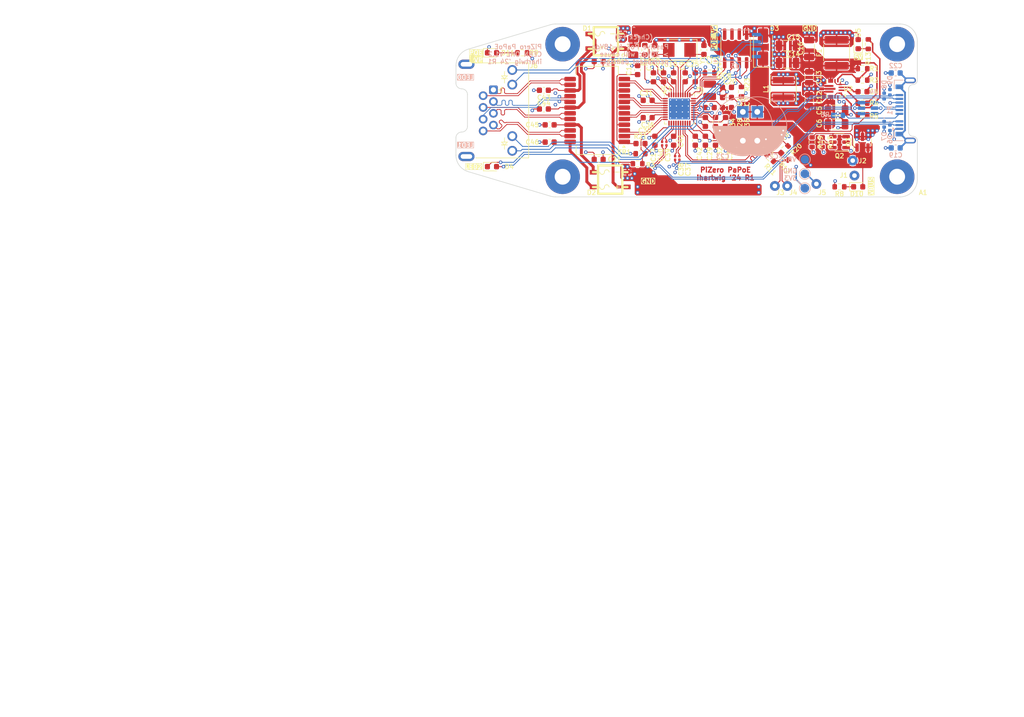
<source format=kicad_pcb>
(kicad_pcb (version 20240108) (generator "pcbnew") (generator_version "8.0")
  (title_block (title "Pi Zero Passive PoE HAT") (date "2024-12-30") (rev "R1") (comment 1 "Author: Ian Hartwig") (comment 2 "License: CERN OHL V1.2"))
  (layers (0 "F.Cu" signal) (1 "In1.Cu" signal) (2 "In2.Cu" signal) (31 "B.Cu" signal) (34 "B.Paste" user) (35 "F.Paste" user) (36 "B.SilkS" user "B.Silkscreen") (37 "F.SilkS" user "F.Silkscreen") (38 "B.Mask" user) (39 "F.Mask" user) (44 "Edge.Cuts" user))
  (net 0 "")
  (net 1 "/IC1_CKXTAL1")
  (net 2 "/IC1_CKXTAL2")
  (net 3 "Net-(Q2-C2)")
  (net 4 "Net-(Q2-B)")
  (net 5 "+1V0")
  (net 6 "/J1_SH_C")
  (net 7 "GND")
  (net 8 "/IC1_DVDD10_UPS")
  (net 9 "/IC1_U3SSRX_P")
  (net 10 "/P1_U3SSRX_P")
  (net 11 "/RPI_VBUS")
  (net 12 "/IC1_U3SSRX_N")
  (net 13 "/P1_U3SSRX_N")
  (net 14 "/P1_U3SSTX_P")
  (net 15 "/IC1_U3SSTX_P")
  (net 16 "/P1_U3SSTX_N")
  (net 17 "/IC1_U3SSTX_N")
  (net 18 "/J1_LED_OR_A")
  (net 19 "/IC1_EED0_LED2")
  (net 20 "/IC1_U2DP")
  (net 21 "/IC1_LED1_SPISCK")
  (net 22 "/IC1_LED0_SPICSB")
  (net 23 "/IC1_EECS")
  (net 24 "/IC1_EEDI_ENSWREG")
  (net 25 "+5V")
  (net 26 "+3V3")
  (net 27 "/POE_VP")
  (net 28 "/U2_VAUX")
  (net 29 "/U2_FB")
  (net 30 "/U2_PG")
  (net 31 "/U2_EN")
  (net 32 "/U2_L1")
  (net 33 "/U2_L2")
  (net 34 "/U2_VOUT")
  (net 35 "Net-(D5-K)")
  (net 36 "/P1_CC")
  (net 37 "/IC1_RST")
  (net 38 "/J1_LED_GN_A")
  (net 39 "/J1_LED_YL_A")
  (net 42 "/TR1_CT")
  (net 43 "/J6_DA_C")
  (net 44 "/J6_DB_C")
  (net 45 "/J6_DC_C")
  (net 46 "/J6_DD_C")
  (net 47 "/IC1_REGOUT")
  (net 48 "/IC1_U2DN")
  (net 49 "/P1_U2DP")
  (net 50 "/A1_U2DN")
  (net 51 "/P1_U2DN")
  (net 52 "/IC1_MDI2_N")
  (net 53 "/IC1_MDI2_P")
  (net 54 "/IC1_MDI0_N")
  (net 55 "/IC1_MDI1_P")
  (net 56 "/IC1_MDI3_N")
  (net 57 "/IC1_MDI3_P")
  (net 58 "/IC1_MDI1_N")
  (net 59 "/IC1_MDI0_P")
  (net 60 "/J6_DB_P")
  (net 61 "/J6_DA_N")
  (net 62 "/J6_DD_N")
  (net 63 "/J6_DC_N")
  (net 64 "/J6_DC_P")
  (net 65 "/J6_DD_P")
  (net 66 "/J6_DB_N")
  (net 67 "/J6_DA_P")
  (net 68 "/A1_U2DP")
  (net 69 "/P1_SH")
  (net 70 "/RPI_VBUS_K")
  (net 71 "/POE_VP_F")
  (net 72 "/POE_VP_A")
  (footprint "Crystal:Crystal_SMD_5032-2Pin_5.0x3.2mm" (layer "F.Cu") (at 129.85 82.2 180)
    (property "Reference" "Y1")
    (property "Value" "25Mhz" (hide yes))
  )
  (footprint "Capacitor_SMD:C_0603_1608Metric" (layer "F.Cu") (at 134.1 82.2 -90)
    (property "Reference" "C2")
    (property "Value" "30pF" (hide yes))
  )
  (footprint "Capacitor_SMD:C_0603_1608Metric" (layer "F.Cu") (at 125.6 82.2 -90)
    (property "Reference" "C3")
    (property "Value" "30pF" (hide yes))
  )
  (footprint "Capacitor_SMD:C_0603_1608Metric" (layer "F.Cu") (at 138.1 92.2)
    (property "Reference" "C7")
    (property "Value" "0.1uF" (hide yes))
  )
  (footprint "Capacitor_SMD:C_0603_1608Metric" (layer "F.Cu") (at 138.1 88.7)
    (property "Reference" "C8")
    (property "Value" "0.1uF" (hide yes))
  )
  (footprint "Capacitor_SMD:C_0603_1608Metric" (layer "F.Cu") (at 130.85 86.95 90)
    (property "Reference" "C9")
    (property "Value" "0.1uF" (hide yes))
  )
  (footprint "Capacitor_SMD:C_0603_1608Metric" (layer "F.Cu") (at 128.85 86.95 90)
    (property "Reference" "C10")
    (property "Value" "0.1uF" (hide yes))
  )
  (footprint "Capacitor_SMD:C_1206_3216Metric" (layer "F.Cu") (at 148.6 81.45 180)
    (property "Reference" "C15")
    (property "Value" "22uF" (hide yes))
  )
  (footprint "Capacitor_SMD:C_1206_3216Metric" (layer "F.Cu") (at 152.35 81.95 90)
    (property "Reference" "C16")
    (property "Value" "22uF" (hide yes))
  )
  (footprint "Capacitor_SMD:C_0603_1608Metric" (layer "F.Cu") (at 123.1 98.45 180)
    (property "Reference" "C17")
    (property "Value" "0.1uF" (hide yes))
  )
  (footprint "Capacitor_SMD:C_0603_1608Metric" (layer "F.Cu") (at 115.85 84.2)
    (property "Reference" "C18")
    (property "Value" "1uF" (hide yes))
  )
  (footprint "Capacitor_SMD:C_0603_1608Metric" (layer "F.Cu") (at 138.1 90.45)
    (property "Reference" "C20")
    (property "Value" "4.7uF" (hide yes))
  )
  (footprint "Capacitor_SMD:C_0603_1608Metric" (layer "F.Cu") (at 115.85 101.2)
    (property "Reference" "C21")
    (property "Value" "1uF" (hide yes))
  )
  (footprint "pizero-poe-special:MBS" (layer "F.Cu") (at 117.1 80.7)
    (property "Reference" "D1")
    (property "Value" "30A 1V@400mA" (hide yes))
  )
  (footprint "pizero-poe-special:MBS" (layer "F.Cu") (at 117.85 104.7)
    (property "Reference" "D2")
    (property "Value" "30A 1V@400mA" (hide yes))
  )
  (footprint "Package_SO:SOIC-8_3.9x4.9mm_P1.27mm" (layer "F.Cu") (at 139.6 81.95 90)
    (property "Reference" "U1")
    (property "Value" "93LC46B" (hide yes))
  )
  (footprint "Package_TO_SOT_SMD:SOT-23-6" (layer "F.Cu") (at 157.6 98.2 180)
    (property "Reference" "Q2")
    (property "Value" "DMMT3906_Dual_PNP" (hide yes))
  )
  (footprint "Package_TO_SOT_SMD:SOT-23" (layer "F.Cu") (at 161.6 98.2 90)
    (property "Reference" "Q3")
    (property "Value" "Q_PMOS_GSD" (hide yes))
  )
  (footprint "Resistor_SMD:R_0603_1608Metric" (layer "F.Cu") (at 122.6 101.95)
    (property "Reference" "R3")
    (property "Value" "1k" (hide yes))
  )
  (footprint "Resistor_SMD:R_0603_1608Metric" (layer "F.Cu") (at 162.6 81.2 90)
    (property "Reference" "R13")
    (property "Value" "1k" (hide yes))
  )
  (footprint "Resistor_SMD:R_0603_1608Metric" (layer "F.Cu") (at 154.6 98.2 -90)
    (property "Reference" "R15")
    (property "Value" "10k" (hide yes))
  )
  (footprint "Resistor_SMD:R_0603_1608Metric" (layer "F.Cu") (at 145.6 99.7 -135)
    (property "Reference" "R18")
    (property "Value" "22-dnp" (hide yes))
  )
  (footprint "Resistor_SMD:R_0603_1608Metric" (layer "F.Cu") (at 152.85 98.2 -90)
    (property "Reference" "R19")
    (property "Value" "47k" (hide yes))
  )
  (footprint "Resistor_SMD:R_0603_1608Metric" (layer "F.Cu") (at 148.1 99.45 -135)
    (property "Reference" "R20")
    (property "Value" "22-dnp" (hide yes))
  )
  (footprint "Resistor_SMD:R_0603_1608Metric" (layer "F.Cu") (at 123.1 100.2)
    (property "Reference" "R21")
    (property "Value" "1k" (hide yes))
  )
  (footprint "Resistor_SMD:R_0603_1608Metric" (layer "F.Cu") (at 135.1 86.2 180)
    (property "Reference" "R22")
    (property "Value" "1k" (hide yes))
  )
  (footprint "Resistor_SMD:R_0603_1608Metric" (layer "F.Cu") (at 140.6 89.45 90)
    (property "Reference" "R23")
    (property "Value" "10k" (hide yes))
  )
  (footprint "Diode_SMD:D_SMA" (layer "F.Cu") (at 144.35 81.7 90)
    (property "Reference" "D3")
    (property "Value" "SMAJ20A" (hide yes))
  )
  (footprint "Capacitor_SMD:C_0603_1608Metric" (layer "F.Cu") (at 136.1 94.7 -90)
    (property "Reference" "C28")
    (property "Value" "0.1uF" (hide yes))
  )
  (footprint "Capacitor_SMD:C_0603_1608Metric" (layer "F.Cu") (at 122.6 85.7 -90)
    (property "Reference" "C11")
    (property "Value" "0.1uF" (hide yes))
  )
  (footprint "Resistor_SMD:R_0603_1608Metric" (layer "F.Cu") (at 161.6 91.45 180)
    (property "Reference" "R4")
    (property "Value" "47k" (hide yes))
  )
  (footprint "Capacitor_SMD:C_0603_1608Metric" (layer "F.Cu") (at 132.6 97.95 -90)
    (property "Reference" "C42")
    (property "Value" "0.1uF" (hide yes))
  )
  (footprint "Resistor_SMD:R_0603_1608Metric" (layer "F.Cu") (at 161.6 87.45)
    (property "Reference" "R2")
    (property "Value" "10k" (hide yes))
  )
  (footprint "Raspberry_Pi_Zero_v.1.3_Hat:RPi_Zero_ZeroW_Zero2W_Hat_NoPads_NoHeader" (layer "F.Cu") (at 171.1 107.7)
    (property "Reference" "A1")
    (property "Value" "Raspberry Pi Zero/W/2W" (hide yes))
  )
  (footprint "Resistor_SMD:R_0603_1608Metric" (layer "F.Cu") (at 157.6 105.95 180)
    (property "Reference" "R8")
    (property "Value" "1k" (hide yes))
  )
  (footprint "Capacitor_SMD:C_0603_1608Metric" (layer "F.Cu") (at 134.35 97.95 -90)
    (property "Reference" "C29")
    (property "Value" "4.7uF" (hide yes))
  )
  (footprint "pizero-poe-special:PogoPin_CPG-01-TH-TR" (layer "F.Cu") (at 153.6 105.45)
    (property "Reference" "J5")
    (property "Value" "PogoPin_01x01" (hide yes))
  )
  (footprint "Capacitor_SMD:C_0603_1608Metric" (layer "F.Cu") (at 137.85 94.7 -90)
    (property "Reference" "C35")
    (property "Value" "0.1uF" (hide yes))
  )
  (footprint "Fuse:Fuse_1206_3216Metric" (layer "F.Cu") (at 121.85 81.7 90)
    (property "Reference" "F2")
    (property "Value" "JFC1206-1250FS")
  )
  (footprint "pizero-poe-special:PogoPin_CPG-01-TH-TR" (layer "F.Cu") (at 146.4 105.8)
    (property "Reference" "J3")
    (property "Value" "PogoPin_01x01" (hide yes))
  )
  (footprint "Capacitor_SMD:C_0603_1608Metric" (layer "F.Cu") (at 125.35 86.95 90)
    (property "Reference" "C26")
    (property "Value" "0.1uF" (hide yes))
  )
  (footprint "LED_SMD:LED_0603_1608Metric" (layer "F.Cu") (at 97.35 102.45)
    (property "Reference" "D4")
    (property "Value" "LED Orange" (hide yes))
  )
  (footprint "pizero-poe-special:Fuse_2016_5041Metric" (layer "F.Cu") (at 157.1 82.7 90)
    (property "Reference" "F1")
    (property "Value" "2016L100/33" (hide yes))
  )
  (footprint "pizero-poe-special:VREG_TPS63070RNMR" (layer "F.Cu") (at 156.6 88.95 180)
    (property "Reference" "U2")
    (property "Value" "TPS63070RNMR" (hide yes))
  )
  (footprint "Transformer_SMD:Transformer_Ethernet_YDS_30F-51NL_SO-24_7.1x15.1mm" (layer "F.Cu") (at 115.6 92.7 180)
    (property "Reference" "TR1")
    (property "Value" "30F-51NL" (hide yes))
  )
  (footprint "Capacitor_SMD:C_0603_1608Metric" (layer "F.Cu") (at 134.35 94.7 -90)
    (property "Reference" "C34")
    (property "Value" "1uF" (hide yes))
  )
  (footprint "Package_DFN_QFN:QFN-40-1EP_5x5mm_P0.4mm_EP3.6x3.6mm_ThermalVias" (layer "F.Cu") (at 129.85 92.45)
    (property "Reference" "IC1")
    (property "Value" "RTL8153B-VB-CG" (hide yes))
  )
  (footprint "Capacitor_SMD:C_0201_0603Metric" (layer "F.Cu") (at 126.85 98.45 -90)
    (property "Reference" "C40")
    (property "Value" "0.1uF 0201" (hide yes))
  )
  (footprint "pizero-poe-special:PogoPin_CPG-01-TH-TR" (layer "F.Cu") (at 148.55 105.8)
    (property "Reference" "J4")
    (property "Value" "PogoPin_01x01" (hide yes))
  )
  (footprint "Resistor_SMD:R_0603_1608Metric" (layer "F.Cu") (at 161.6 93.45 180)
    (property "Reference" "R5")
    (property "Value" "10k" (hide yes))
  )
  (footprint "Capacitor_SMD:C_0603_1608Metric" (layer "F.Cu") (at 128.85 97.95 -90)
    (property "Reference" "C41")
    (property "Value" "0.1uF" (hide yes))
  )
  (footprint "Capacitor_SMD:C_0805_2012Metric" (layer "F.Cu") (at 152.35 90.95 90)
    (property "Reference" "C12")
    (property "Value" "10uF" (hide yes))
  )
  (footprint "Inductor_SMD:L_1008_2520Metric" (layer "F.Cu") (at 135.1 89.2 -90)
    (property "Reference" "L3")
    (property "Value" "2.2uH" (hide yes))
  )
  (footprint "Capacitor_SMD:C_0603_1608Metric" (layer "F.Cu") (at 132.6 86.95 90)
    (property "Reference" "C25")
    (property "Value" "0.1uF" (hide yes))
  )
  (footprint "pizero-poe-special:PogoPin_CPG-01-TH-TR" (layer "F.Cu") (at 160.2 104)
    (property "Reference" "J1")
    (property "Value" "PogoPin_01x01" (hide yes))
  )
  (footprint "Capacitor_SMD:C_0603_1608Metric" (layer "F.Cu") (at 106.35 92.45 180)
    (property "Reference" "C44")
    (property "Value" "0.1uF" (hide yes))
  )
  (footprint "Inductor_SMD:L_Sunlord_SWPA4030S" (layer "F.Cu") (at 147.85 88.95 90)
    (property "Reference" "L1")
    (property "Value" "1.5uH 4.6A Isat" (hide yes))
  )
  (footprint "Resistor_SMD:R_0603_1608Metric" (layer "F.Cu") (at 102.6 82.7 180)
    (property "Reference" "R9")
    (property "Value" "10k")
  )
  (footprint "Capacitor_SMD:C_0603_1608Metric" (layer "F.Cu") (at 135.1 92.2)
    (property "Reference" "C1")
    (property "Value" "0.1uF" (hide yes))
  )
  (footprint "Capacitor_SMD:C_0603_1608Metric" (layer "F.Cu") (at 161.6 89.45)
    (property "Reference" "C4")
    (property "Value" "0.1uF" (hide yes))
  )
  (footprint "Capacitor_SMD:C_0603_1608Metric" (layer "F.Cu") (at 124.35 93.95 180)
    (property "Reference" "C36")
    (property "Value" "0.1uF" (hide yes))
  )
  (footprint "Capacitor_SMD:C_0603_1608Metric" (layer "F.Cu") (at 107.35 95.2 180)
    (property "Reference" "C45")
    (property "Value" "0.1uF" (hide yes))
  )
  (footprint "Capacitor_SMD:C_0603_1608Metric" (layer "F.Cu") (at 137.85 97.95 -90)
    (property "Reference" "C33")
    (property "Value" "0.1uF" (hide yes))
  )
  (footprint "LED_SMD:LED_0603_1608Metric" (layer "F.Cu") (at 160.85 81.2 90)
    (property "Reference" "D5")
    (property "Value" "LED Green" (hide yes))
  )
  (footprint "Capacitor_SMD:C_0805_2012Metric" (layer "F.Cu") (at 152.35 86.95 -90)
    (property "Reference" "C13")
    (property "Value" "10uF" (hide yes))
  )
  (footprint "Capacitor_SMD:C_1206_3216Metric" (layer "F.Cu") (at 157.1 95.1)
    (property "Reference" "C6")
    (property "Value" "22uF" (hide yes))
  )
  (footprint "Capacitor_SMD:C_0603_1608Metric" (layer "F.Cu") (at 106.35 89.2 180)
    (property "Reference" "C43")
    (property "Value" "0.1uF" (hide yes))
  )
  (footprint "Capacitor_SMD:C_0603_1608Metric" (layer "F.Cu") (at 125.6 97.95 -90)
    (property "Reference" "C30")
    (property "Value" "0.1uF" (hide yes))
  )
  (footprint "Resistor_SMD:R_0603_1608Metric" (layer "F.Cu") (at 161.6 85.45)
    (property "Reference" "R1")
    (property "Value" "52.3k" (hide yes))
  )
  (footprint "Capacitor_SMD:C_0603_1608Metric" (layer "F.Cu") (at 107.35 98.2 180)
    (property "Reference" "C46")
    (property "Value" "0.1uF" (hide yes))
  )
  (footprint "Capacitor_SMD:C_0603_1608Metric" (layer "F.Cu") (at 136.1 97.95 -90)
    (property "Reference" "C32")
    (property "Value" "4.7uF" (hide yes))
  )
  (footprint "Capacitor_SMD:C_1206_3216Metric" (layer "F.Cu") (at 148.6 84.45 180)
    (property "Reference" "C14")
    (property "Value" "22uF" (hide yes))
  )
  (footprint "LED_SMD:LED_0603_1608Metric" (layer "F.Cu") (at 160.85 105.95)
    (property "Reference" "D10")
    (property "Value" "LED Green" (hide yes))
  )
  (footprint "Resistor_SMD:R_0603_1608Metric" (layer "F.Cu") (at 148.1 100.7 135)
    (property "Reference" "R12")
    (property "Value" "22" (hide yes))
  )
  (footprint "Capacitor_SMD:C_0603_1608Metric" (layer "F.Cu") (at 127.1 86.95 90)
    (property "Reference" "C27")
    (property "Value" "0.1uF" (hide yes))
  )
  (footprint "Capacitor_SMD:C_0201_0603Metric" (layer "F.Cu") (at 127.6 98.45 -90)
    (property "Reference" "C39")
    (property "Value" "0.1uF 0201" (hide yes))
  )
  (footprint "LED_SMD:LED_0603_1608Metric" (layer "F.Cu") (at 97.35 82.7)
    (property "Reference" "D11")
    (property "Value" "LED Green")
  )
  (footprint "Capacitor_SMD:C_0201_0603Metric" (layer "F.Cu") (at 129.85 100.95 -90)
    (property "Reference" "C37")
    (property "Value" "0.1uF 0201" (hide yes))
  )
  (footprint "pizero-poe-special:RJ45_Amphenol_RJE7318800xxx0x" (layer "F.Cu") (at 97.27 92.69 -90)
    (property "Reference" "J6")
    (property "Value" "RJ45_LED_AK_Shielded" (hide yes))
  )
  (footprint "Resistor_SMD:R_0603_1608Metric" (layer "F.Cu") (at 145.6 100.95 135)
    (property "Reference" "R11")
    (property "Value" "22" (hide yes))
  )
  (footprint "Capacitor_SMD:C_0603_1608Metric" (layer "F.Cu") (at 124.35 90.95 180)
    (property "Reference" "C31")
    (property "Value" "0.1uF" (hide yes))
  )
  (footprint "Capacitor_SMD:C_1206_3216Metric" (layer "F.Cu") (at 157.1 92.7)
    (property "Reference" "C5")
    (property "Value" "22uF" (hide yes))
  )
  (footprint "pizero-poe-special:PogoPin_CPG-01-TH-TR" (layer "F.Cu") (at 159.9 101.4)
    (property "Reference" "J2")
    (property "Value" "PogoPin_01x01" (hide yes))
  )
  (footprint "Resistor_SMD:R_0603_1608Metric" (layer "F.Cu") (at 123.85 82.2 -90)
    (property "Reference" "R7")
    (property "Value" "10k" (hide yes))
  )
  (footprint "Capacitor_SMD:C_0201_0603Metric" (layer "F.Cu") (at 129.1 100.95 -90)
    (property "Reference" "C38")
    (property "Value" "0.1uF 0201" (hide yes))
  )
  (footprint "Capacitor_SMD:C_0603_1608Metric" (layer "B.Cu") (at 167.35 99.2 180)
    (property "Reference" "C19")
    (property "Value" "1uF" (hide yes))
  )
  (footprint "Diode_SMD:D_0402_1005Metric" (layer "B.Cu") (at 166.35 95.7 -90)
    (property "Reference" "D6")
    (property "Value" "TPD1E01B04-dnp" (hide yes))
  )
  (footprint "Package_SO:SOP-8_5.28x5.23mm_P1.27mm" (layer "B.Cu") (at 139.6 81.45)
    (property "Reference" "U3")
    (property "Value" "MX25L3233FM1" (hide yes))
  )
  (footprint "Diode_SMD:D_0402_1005Metric" (layer "B.Cu") (at 165.35 95.1 -90)
    (property "Reference" "D7")
    (property "Value" "TPD1E01B04-dnp" (hide yes))
  )
  (footprint "Diode_SMD:D_0402_1005Metric" (layer "B.Cu") (at 166.35 89.55 90)
    (property "Reference" "D9")
    (property "Value" "TPD1E01B04-dnp" (hide yes))
  )
  (footprint "TestPoint:TestPoint_Pad_D1.5mm" (layer "B.Cu") (at 151.6 103.7 180)
    (property "Reference" "TP2" (hide yes))
    (property "Value" "GND")
  )
  (footprint "Capacitor_THT:CP_Radial_D10.0mm_P5.00mm" (layer "B.Cu") (at 140.85 92.95 -90)
    (property "Reference" "C23")
    (property "Value" "330-1200uF-dnp" (hide yes))
  )
  (footprint "Capacitor_SMD:C_0603_1608Metric" (layer "B.Cu") (at 167.35 86.2 180)
    (property "Reference" "C22")
    (property "Value" "1uF" (hide yes))
  )
  (footprint "pizero-poe-special:USB_C_Plug_G-Switch_GT-USB-8016A_9P_TopMnt_Horizontal" (layer "B.Cu") (at 169.85 92.7 -90)
    (property "Reference" "P1")
    (property "Value" "USB_C_Plug_USB3.0_9P" (hide yes))
  )
  (footprint "TestPoint:TestPoint_Pad_D1.5mm" (layer "B.Cu") (at 151.6 101.2 180)
    (property "Reference" "TP1" (hide yes))
    (property "Value" "VBUS")
  )
  (footprint "Diode_SMD:D_0402_1005Metric" (layer "B.Cu") (at 165.35 90.2 90)
    (property "Reference" "D8")
    (property "Value" "TPD1E01B04-dnp" (hide yes))
  )
  (footprint "TestPoint:TestPoint_Pad_D1.5mm" (layer "B.Cu") (at 151.6 106.2 180)
    (property "Reference" "TP3" (hide yes))
    (property "Value" "3V3")
  )
  (footprint "Package_TO_SOT_SMD:SOT-23-6" (layer "B.Cu") (at 162.55 92.3 180)
    (property "Reference" "U4")
    (property "Value" "WE-TVS-82400102-dnp" (hide yes))
  )
  (footprint "Resistor_SMD:R_0603_1608Metric" (layer "B.Cu") (at 157.35 93.55 180)
    (property "Reference" "R6")
    (property "Value" "5.1k" (hide yes))
  )
  (footprint "Capacitor_THT:CP_Radial_D10.0mm_P5.00mm" (layer "B.Cu") (at 143.35 92.95 -90)
    (property "Reference" "C24")
    (property "Value" "330-1200uF-dnp" (hide yes))
  )
  (gr_line (start 150.35 104.95) (end 150.85 105.45) (stroke (width 0.15)) (layer "B.SilkS"))
  (gr_arc (start 170.35 97.2) (mid 170.88033 97.41967) (end 171.1 97.95) (stroke (width 0.1)) (layer "Edge.Cuts"))
  (gr_arc (start 91.113042 84.93719) (mid 91.70812 83.143762) (end 93.257281 82.061834) (stroke (width 0.1)) (layer "Edge.Cuts"))
  (gr_arc (start 168.1 77.7) (mid 170.22132 78.57868) (end 171.1 80.7) (stroke (width 0.1)) (layer "Edge.Cuts"))
  (gr_arc (start 171.1 104.7) (mid 170.22132 106.82132) (end 168.1 107.7) (stroke (width 0.1)) (layer "Edge.Cuts"))
  (gr_line (start 169.6 96.45) (end 169.6 88.95) (stroke (width 0.1)) (layer "Edge.Cuts"))
  (gr_line (start 107.494239 77.824644) (end 93.257281 82.061834) (stroke (width 0.1)) (layer "Edge.Cuts"))
  (gr_line (start 91.1 97.45) (end 91.1 100.45) (stroke (width 0.1)) (layer "Edge.Cuts"))
  (gr_line (start 171.1 80.7) (end 171.1 87.45) (stroke (width 0.1)) (layer "Edge.Cuts"))
  (gr_line (start 107.494239 107.575356) (end 93.244239 103.325356) (stroke (width 0.1)) (layer "Edge.Cuts"))
  (gr_arc (start 93.1 95.45) (mid 92.807107 96.157107) (end 92.1 96.45) (stroke (width 0.1)) (layer "Edge.Cuts"))
  (gr_arc (start 170.35 97.2) (mid 169.81967 96.98033) (end 169.6 96.45) (stroke (width 0.1)) (layer "Edge.Cuts"))
  (gr_arc (start 92.1 88.95) (mid 92.807107 89.242893) (end 93.1 89.95) (stroke (width 0.1)) (layer "Edge.Cuts"))
  (gr_line (start 91.1 87.95) (end 91.113042 84.93719) (stroke (width 0.1)) (layer "Edge.Cuts"))
  (gr_arc (start 169.6 88.95) (mid 169.81967 88.41967) (end 170.35 88.2) (stroke (width 0.1)) (layer "Edge.Cuts"))
  (gr_arc (start 171.1 87.45) (mid 170.88033 87.98033) (end 170.35 88.2) (stroke (width 0.1)) (layer "Edge.Cuts"))
  (gr_arc (start 93.244239 103.325356) (mid 91.695056 102.243431) (end 91.1 100.45) (stroke (width 0.1)) (layer "Edge.Cuts"))
  (gr_arc (start 107.494239 77.824644) (mid 107.917604 77.731323) (end 108.35 77.7) (stroke (width 0.1)) (layer "Edge.Cuts"))
  (gr_line (start 93.1 89.95) (end 93.1 95.45) (stroke (width 0.1)) (layer "Edge.Cuts"))
  (gr_line (start 171.1 97.95) (end 171.1 104.7) (stroke (width 0.1)) (layer "Edge.Cuts"))
  (gr_arc (start 91.1 97.45) (mid 91.392893 96.742893) (end 92.1 96.45) (stroke (width 0.1)) (layer "Edge.Cuts"))
  (gr_line (start 108.35 107.7) (end 168.1 107.7) (stroke (width 0.1)) (layer "Edge.Cuts"))
  (gr_arc (start 108.35 107.7) (mid 107.917606 107.668666) (end 107.494239 107.575356) (stroke (width 0.1)) (layer "Edge.Cuts"))
  (gr_arc (start 92.1 88.95) (mid 91.392893 88.657107) (end 91.1 87.95) (stroke (width 0.1)) (layer "Edge.Cuts"))
  (gr_line (start 108.35 77.7) (end 168.1 77.7) (stroke (width 0.1)) (layer "Edge.Cuts"))
  (gr_text "PiZero PaPoE\nihartwig '24 R1" (at 137.85 103.7 0) (layer "F.Cu") (effects (font (size 0.85 0.85) (thickness 0.2032))))
  (gr_text "Passive PoE 4-18Vdc\n> 20Vdc will cause\npermanent damage!" (at 128.1 84.7 0) (layer "B.SilkS") (effects (font (size 0.8 0.8) (thickness 0.15) (bold yes)) (justify left bottom mirror)))
  (gr_text "PiZero PaPoE\nCERN OHL V1.2\nihartwig '24 R1" (at 106.1 82.95 0) (layer "B.SilkS") (effects (font (size 0.8 0.8)) (justify left mirror)))
  (gr_text "LED0" (at 94.35 87.45 0) (layer "B.SilkS" knockout) (effects (font (size 0.8 0.8) (thickness 0.15) (bold yes)) (justify left bottom mirror)))
  (gr_text "     ^\n(Check F2)" (at 125.35 80.45 0) (layer "B.SilkS") (effects (font (size 0.8 0.8) (thickness 0.15) (bold yes)) (justify left bottom mirror)))
  (gr_text "LED1" (at 94.35 99.2 0) (layer "B.SilkS" knockout) (effects (font (size 0.8 0.8) (thickness 0.15) (bold yes)) (justify left bottom mirror)))
  (gr_text "POE\nVP" (at 95.85 84.45 0) (layer "F.SilkS" knockout) (effects (font (size 0.8 0.8) (thickness 0.15) (bold yes)) (justify right bottom)))
  (gr_text "VBUS" (at 163.6 107.45 90) (layer "F.SilkS" knockout) (effects (font (size 0.8 0.8) (thickness 0.15) (bold yes)) (justify left bottom)))
  (gr_text "GND" (at 151.1 78.95 0) (layer "F.SilkS" knockout) (effects (font (size 0.8 0.8) (thickness 0.15) (bold yes)) (justify left bottom)))
  (gr_text "5V" (at 160.85 83.45 0) (layer "F.SilkS" knockout) (effects (font (size 0.8 0.8))))
  (gr_text "GND" (at 123.1 105.45 0) (layer "F.SilkS" knockout) (effects (font (size 0.8 0.8) (thickness 0.15) (bold yes)) (justify left bottom)))
  (gr_text "LED2" (at 92.6 102.95 0) (layer "F.SilkS" knockout) (effects (font (size 0.8 0.8) (thickness 0.15) (bold yes)) (justify left bottom)))
  (gr_text "POE_VP" (at 136.35 82.45 90) (layer "F.SilkS" knockout) (effects (font (size 0.8 0.8) (thickness 0.15) (bold yes)) (justify left bottom)))
  (segment (start 134.1 82.975) (end 132.325 82.975) (width 0.1524) (layer "F.Cu") (net 1))
  (segment (start 131.7 83.6) (end 131.6 83.7) (width 0.1524) (layer "F.Cu") (net 1))
  (segment (start 131.6 83.7) (end 130.05 85.25) (width 0.1524) (layer "F.Cu") (net 1))
  (segment (start 130.05 85.25) (end 130.05 90.0125) (width 0.1524) (layer "F.Cu") (net 1))
  (segment (start 131.7 82.2) (end 131.7 83.6) (width 0.1524) (layer "F.Cu") (net 1))
  (segment (start 128 83.6) (end 128.1 83.7) (width 0.1524) (layer "F.Cu") (net 2))
  (segment (start 128 82.2) (end 128 83.6) (width 0.1524) (layer "F.Cu") (net 2))
  (segment (start 128.1 83.7) (end 129.65 85.25) (width 0.1524) (layer "F.Cu") (net 2))
  (segment (start 129.65 85.25) (end 129.65 90.0125) (width 0.1524) (layer "F.Cu") (net 2))
  (segment (start 125.6 82.975) (end 127.375 82.975) (width 0.1524) (layer "F.Cu") (net 2))
  (segment (start 156.9911 96.7214) (end 159.48282 96.7214) (width 0.1524) (layer "F.Cu") (net 3))
  (segment (start 153.5036 96.7214) (end 152.85 97.375) (width 0.1524) (layer "F.Cu") (net 3))
  (segment (start 160.2875 99.1375) (end 160.65 99.1375) (width 0.1524) (layer "F.Cu") (net 3))
  (segment (start 159.85 97.08858) (end 159.85 98.7) (width 0.1524) (layer "F.Cu") (net 3))
  (segment (start 159.85 98.7) (end 160.2875 99.1375) (width 0.1524) (layer "F.Cu") (net 3))
  (segment (start 156.4625 97.25) (end 156.4625 96.7339) (width 0.1524) (layer "F.Cu") (net 3))
  (segment (start 156.45 96.7214) (end 153.5036 96.7214) (width 0.1524) (layer "F.Cu") (net 3))
  (segment (start 159.48282 96.7214) (end 159.65571 96.89429) (width 0.1524) (layer "F.Cu") (net 3))
  (segment (start 156.9911 96.7214) (end 156.45 96.7214) (width 0.1524) (layer "F.Cu") (net 3))
  (segment (start 156.4625 96.7339) (end 156.45 96.7214) (width 0.1524) (layer "F.Cu") (net 3))
  (segment (start 159.65571 96.89429) (end 159.85 97.08858) (width 0.1524) (layer "F.Cu") (net 3))
  (segment (start 154.6 97.375) (end 155.425 98.2) (width 0.1524) (layer "F.Cu") (net 4))
  (segment (start 155.425 98.2) (end 156.4625 98.2) (width 0.1524) (layer "F.Cu") (net 4))
  (segment (start 156.4625 98.2) (end 156.4625 99.15) (width 0.1524) (layer "F.Cu") (net 4))
  (segment (start 128.85 97.313599) (end 128.250636 97.912963) (width 0.1524) (layer "F.Cu") (net 5))
  (segment (start 128.85 97.175) (end 128.875 97.175) (width 0.1524) (layer "F.Cu") (net 5))
  (segment (start 130.85 87.725) (end 130.85 87.592733) (width 0.1524) (layer "F.Cu") (net 5))
  (segment (start 132.6 97.2) (end 133.35 97.95) (width 0.1524) (layer "F.Cu") (net 5))
  (segment (start 127.4125 93.45) (end 125.625 93.45) (width 0.1524) (layer "F.Cu") (net 5))
  (segment (start 125.125 90.95) (end 125.1 90.95) (width 0.1524) (layer "F.Cu") (net 5))
  (segment (start 137.325 88.7) (end 137.325 88.997086) (width 0.254) (layer "F.Cu") (net 5))
  (segment (start 128.85 97.175) (end 128.85 97.313599) (width 0.1524) (layer "F.Cu") (net 5))
  (segment (start 136.629338 89.754338) (end 137.325 90.45) (width 0.254) (layer "F.Cu") (net 5))
  (segment (start 137.325 88.7) (end 137.35 88.7) (width 0.254) (layer "F.Cu") (net 5))
  (segment (start 130.85 87.725) (end 130.85 87.7) (width 0.1524) (layer "F.Cu") (net 5))
  (segment (start 128.85 87.581182) (end 128.002795 86.733977) (width 0.1524) (layer "F.Cu") (net 5))
  (segment (start 125.1 93.95) (end 124.35 94.7) (width 0.1524) (layer "F.Cu") (net 5))
  (segment (start 125.625 93.45) (end 125.125 93.95) (width 0.1524) (layer "F.Cu") (net 5))
  (segment (start 128.85 87.725) (end 128.85 87.581182) (width 0.1524) (layer "F.Cu") (net 5))
  (segment (start 125.1 90.95) (end 124.35 90.2) (width 0.1524) (layer "F.Cu") (net 5))
  (segment (start 135.1 88.125) (end 136.75 88.125) (width 0.254) (layer "F.Cu") (net 5))
  (segment (start 136.629338 89.692748) (end 136.629338 89.754338) (width 0.254) (layer "F.Cu") (net 5))
  (segment (start 130.45 90.0125) (end 130.45 88.125) (width 0.1524) (layer "F.Cu") (net 5))
  (segment (start 129.25 96.775) (end 128.85 97.175) (width 0.1524) (layer "F.Cu") (net 5))
  (segment (start 129.25 94.8875) (end 129.25 96.775) (width 0.1524) (layer "F.Cu") (net 5))
  (segment (start 131.25 94.8875) (end 131.25 95.825) (width 0.1524) (layer "F.Cu") (net 5))
  (segment (start 129.25 88.125) (end 128.85 87.725) (width 0.1524) (layer "F.Cu") (net 5))
  (segment (start 132.6 97.175) (end 132.6 97.2) (width 0.1524) (layer "F.Cu") (net 5))
  (segment (start 138.1 89.45) (end 138.1 89.675) (width 0.254) (layer "F.Cu") (net 5))
  (segment (start 125.125 93.95) (end 125.1 93.95) (width 0.1524) (layer "F.Cu") (net 5))
  (segment (start 131.25 95.825) (end 132.6 97.175) (width 0.1524) (layer "F.Cu") (net 5))
  (segment (start 130.45 88.125) (end 130.85 87.725) (width 0.1524) (layer "F.Cu") (net 5))
  (segment (start 136.75 88.125) (end 137.325 88.7) (width 0.254) (layer "F.Cu") (net 5))
  (segment (start 137.35 88.7) (end 138.1 89.45) (width 0.254) (layer "F.Cu") (net 5))
  (segment (start 128.85 87.725) (end 128.85 87.559728) (width 0.1524) (layer "F.Cu") (net 5))
  (segment (start 137.325 88.997086) (end 136.629338 89.692748) (width 0.254) (layer "F.Cu") (net 5))
  (segment (start 129.25 90.0125) (end 129.25 88.125) (width 0.1524) (layer "F.Cu") (net 5))
  (segment (start 130.85 87.592733) (end 131.67429 86.768443) (width 0.1524) (layer "F.Cu") (net 5))
  (segment (start 125.625 91.45) (end 125.125 90.95) (width 0.1524) (layer "F.Cu") (net 5))
  (segment (start 127.4125 91.45) (end 125.625 91.45) (width 0.1524) (layer "F.Cu") (net 5))
  (segment (start 138.1 89.675) (end 137.325 90.45) (width 0.254) (layer "F.Cu") (net 5))
  (via (at 124.35 94.7) (size 0.6096) (drill 0.3048) (layers "F.Cu" "B.Cu") (net 5))
  (via (at 138.1 89.45) (size 0.6096) (drill 0.3048) (layers "F.Cu" "B.Cu") (net 5))
  (via (at 136.629338 89.692748) (size 0.6096) (drill 0.3048) (layers "F.Cu" "B.Cu") (net 5))
  (via (at 128.250636 97.912963) (size 0.6096) (drill 0.3048) (layers "F.Cu" "B.Cu") (net 5))
  (via (at 128.002795 86.733977) (size 0.6096) (drill 0.3048) (layers "F.Cu" "B.Cu") (net 5))
  (via (at 133.35 97.95) (size 0.6096) (drill 0.3048) (layers "F.Cu" "B.Cu") (net 5))
  (via (at 124.35 90.2) (size 0.6096) (drill 0.3048) (layers "F.Cu" "B.Cu") (net 5))
  (via (at 131.67429 86.768443) (size 0.6096) (drill 0.3048) (layers "F.Cu" "B.Cu") (net 5))
  (segment (start 114.85 99.95) (end 113.612 99.95) (width 0.1524) (layer "F.Cu") (net 6))
  (segment (start 115.075 85.225) (end 114.85 85.45) (width 0.1524) (layer "F.Cu") (net 6))
  (segment (start 105.575 89.2) (end 104.6 89.2) (width 0.1524) (layer "F.Cu") (net 6))
  (segment (start 114.85 85.45) (end 113.612 85.45) (width 0.1524) (layer "F.Cu") (net 6))
  (segment (start 106.575 95.2) (end 105.6 95.2) (width 0.1524) (layer "F.Cu") (net 6))
  (segment (start 115.075 84.2) (end 115.075 85.225) (width 0.1524) (layer "F.Cu") (net 6))
  (segment (start 115.075 100.175) (end 114.85 99.95) (width 0.1524) (layer "F.Cu") (net 6))
  (segment (start 105.575 92.45) (end 104.6 92.45) (width 0.1524) (layer "F.Cu") (net 6))
  (segment (start 104.6 92.45) (end 104.35 92.7) (width 0.1524) (layer "F.Cu") (net 6))
  (segment (start 106.575 98.2) (end 105.6 98.2) (width 0.1524) (layer "F.Cu") (net 6))
  (segment (start 115.075 101.2) (end 115.075 100.175) (width 0.1524) (layer "F.Cu") (net 6))
  (via (at 105.6 98.2) (size 0.6096) (drill 0.3048) (layers "F.Cu" "B.Cu") (net 6))
  (via (at 108.35 89.7) (size 0.6096) (drill 0.3048) (layers "F.Cu" "B.Cu") (net 6))
  (via (at 105.6 95.2) (size 0.6096) (drill 0.3048) (layers "F.Cu" "B.Cu") (net 6))
  (via (at 113.612 85.45) (size 0.6096) (drill 0.3048) (layers "F.Cu" "B.Cu") (net 6))
  (via (at 104.6 89.2) (size 0.6096) (drill 0.3048) (layers "F.Cu" "B.Cu") (net 6))
  (via (at 113.612 99.95) (size 0.6096) (drill 0.3048) (layers "F.Cu" "B.Cu") (net 6))
  (via (at 104.35 92.7) (size 0.6096) (drill 0.3048) (layers "F.Cu" "B.Cu") (net 6))
  (via (at 108.35 91.7) (size 0.6096) (drill 0.3048) (layers "F.Cu" "B.Cu") (net 6))
  (segment (start 162.375 89.175) (end 163.1 88.45) (width 0.254) (layer "F.Cu") (net 7))
  (segment (start 147.125 84.45) (end 146.1 84.45) (width 0.254) (layer "F.Cu") (net 7))
  (segment (start 147.125 81.45) (end 147.125 81.175) (width 0.254) (layer "F.Cu") (net 7))
  (segment (start 125.35 85.45) (end 125.1 85.2) (width 0.1524) (layer "F.Cu") (net 7))
  (segment (start 147.125 81.45) (end 146.1 81.45) (width 0.254) (layer "F.Cu") (net 7))
  (segment (start 136.125 95.475) (end 136.85 96.2) (width 0.1524) (layer "F.Cu") (net 7))
  (segment (start 138.875 92.2) (end 138.875 92.483002) (width 0.254) (layer "F.Cu") (net 7))
  (segment (start 152.35 79.2) (end 151.6 79.2) (width 0.1524) (layer "F.Cu") (net 7))
  (segment (start 157.325 90.35) (end 157.325 90.925) (width 0.1524) (layer "F.Cu") (net 7))
  (segment (start 152.35 90) (end 152.35 88.95) (width 0.254) (layer "F.Cu") (net 7))
  (segment (start 141.505 79.475) (end 142.325 79.475) (width 0.254) (layer "F.Cu") (net 7))
  (segment (start 134.1 81.425) (end 134.1 80.7) (width 0.6) (layer "F.Cu") (net 7))
  (segment (start 152.35 79.2) (end 153.1 79.2) (width 0.1524) (layer "F.Cu") (net 7))
  (segment (start 145.85 79.2) (end 145.85 78.45) (width 0.254) (layer "F.Cu") (net 7))
  (segment (start 162.425 87.45) (end 162.425 87.125) (width 0.254) (layer "F.Cu") (net 7))
  (segment (start 152.85 99.025) (end 152.85 99.7) (width 0.1524) (layer "F.Cu") (net 7))
  (segment (start 158.575 95.2) (end 158.575 95.225) (width 0.254) (layer "F.Cu") (net 7))
  (segment (start 157.325 90.925) (end 157.6 91.2) (width 0.1524) (layer "F.Cu") (net 7))
  (segment (start 158.575 92.7) (end 158.575 93.175) (width 0.254) (layer "F.Cu") (net 7))
  (segment (start 116.625 101.2) (end 116.625 99.975) (width 0.1524) (layer "F.Cu") (net 7))
  (segment (start 135.875 92.2) (end 135.85 92.2) (width 0.1524) (layer "F.Cu") (net 7))
  (segment (start 123.875 98.975) (end 125.1 100.2) (width 0.1524) (layer "F.Cu") (net 7))
  (segment (start 158.575 94.675) (end 157.852288 93.952288) (width 0.254) (layer "F.Cu") (net 7))
  (segment (start 121.6 104.45) (end 120.85 104.45) (width 0.1524) (layer "F.Cu") (net 7))
  (segment (start 130.85 86.175) (end 130.85 85.45) (width 0.1524) (layer "F.Cu") (net 7))
  (segment (start 147.125 82.975) (end 147.1 82.95) (width 0.254) (layer "F.Cu") (net 7))
  (segment (start 120.85 104.45) (end 120.1 104.45) (width 0.1524) (layer "F.Cu") (net 7))
  (segment (start 147.85 82.95) (end 147.1 82.95) (width 0.254) (layer "F.Cu") (net 7))
  (segment (start 158.6 88.2) (end 158.85 87.95) (width 0.1524) (layer "F.Cu") (net 7))
  (segment (start 146.1 84.45) (end 146.1 85.2) (width 0.254) (layer "F.Cu") (net 7))
  (segment (start 152.35 88.95) (end 153.1 88.95) (width 0.254) (layer "F.Cu") (net 7))
  (segment (start 158.103693 93.196307) (end 157.321621 93.196307) (width 0.254) (layer "F.Cu") (net 7))
  (segment (start 137.85 95.475) (end 137.85 95.45) (width 0.1524) (layer "F.Cu") (net 7))
  (segment (start 157.75 88.2) (end 158.6 88.2) (width 0.1524) (layer "F.Cu") (net 7))
  (segment (start 125.6 98.725) (end 125.6 99.45) (width 0.1524) (layer "F.Cu") (net 7))
  (segment (start 157.75 88.2) (end 157.75 87.8) (width 0.1524) (layer "F.Cu") (net 7))
  (segment (start 136.1 98.725) (end 136.1 99.7) (width 0.1524) (layer "F.Cu") (net 7))
  (segment (start 124.35 102.45) (end 123.1 103.7) (width 0.1524) (layer "F.Cu") (net 7))
  (segment (start 158.575 92.7) (end 158.575 91.425) (width 0.254) (layer "F.Cu") (net 7))
  (segment (start 158.575 92.7) (end 158.575 92.725) (width 0.254) (layer "F.Cu") (net 7))
  (segment (start 152.85 99.7) (end 153.1 99.95) (width 0.1524) (layer "F.Cu") (net 7))
  (segment (start 147.1 79.95) (end 147.85 79.95) (width 0.254) (layer "F.Cu") (net 7))
  (segment (start 153.1 88.95) (end 153.85 88.95) (width 0.254) (layer "F.Cu") (net 7))
  (segment (start 96.5625 82.7) (end 96.5625 81.9875) (width 0.1524) (layer "F.Cu") (net 7))
  (segment (start 146.1 84.45) (end 146.1 83.7) (width 0.254) (layer "F.Cu") (net 7))
  (segment (start 147.125 82.925) (end 147.1 82.95) (width 0.254) (layer "F.Cu") (net 7))
  (segment (start 147.1 79.95) (end 146.35 79.95) (width 0.254) (layer "F.Cu") (net 7))
  (segment (start 138.875 88.7) (end 138.875 88.675) (width 0.1524) (layer "F.Cu") (net 7))
  (segment (start 154.6 99.7) (end 154.85 99.95) (width 0.1524) (layer "F.Cu") (net 7))
  (segment (start 142.35 79.45) (end 142.35 78.95) (width 0.254) (layer "F.Cu") (net 7))
  (segment (start 156.775 105.025) (end 156.85 104.95) (width 0.1524) (layer "F.Cu") (net 7))
  (segment (start 125.6 81.425) (end 125.6 80.7) (width 0.6) (layer "F.Cu") (net 7))
  (segment (start 120.7964 102.5036) (end 120.85 102.45) (width 0.1524) (layer "F.Cu") (net 7))
  (segment (start 116.625 85.425) (end 116.6 85.45) (width 0.1524) (layer "F.Cu") (net 7))
  (segment (start 125.35 86.175) (end 125.35 85.45) (width 0.1524) (layer "F.Cu") (net 7))
  (segment (start 158.85 93.45) (end 158.575 93.175) (width 0.254) (layer "F.Cu") (net 7))
  (segment (start 121.625 84.925) (end 121.6 84.95) (width 0.1524) (layer "F.Cu") (net 7))
  (segment (start 128.85 99.45) (end 128.6 99.7) (width 0.1524) (layer "F.Cu") (net 7))
  (segment (start 131.55 91.05) (end 131.4 90.9) (width 0.1524) (layer "F.Cu") (net 7))
  (segment (start 132.6 85.45) (end 132.85 85.2) (width 0.1524) (layer "F.Cu") (net 7))
  (segment (start 136.1 95.475) (end 136.125 95.475) (width 0.1524) (layer "F.Cu") (net 7))
  (segment (start 137.85 95.45) (end 138.6 94.7) (width 0.1524) (layer "F.Cu") (net 7))
  (segment (start 147.125 81.45) (end 147.125 79.975) (width 0.254) (layer "F.Cu") (net 7))
  (segment (start 120.7964 103.43) (end 120.7964 104.3964) (width 0.1524) (layer "F.Cu") (net 7))
  (segment (start 125.6 80.7) (end 125.85 80.45) (width 0.6) (layer "F.Cu") (net 7))
  (segment (start 123.575 93.95) (end 123.575 93.975) (width 0.1524) (layer "F.Cu") (net 7))
  (segment (start 122.6 105.95) (end 122.6 106.95) (width 0.1524) (layer "F.Cu") (net 7))
  (segment (start 147.1 79.95) (end 147.125 79.975) (width 0.254) (layer "F.Cu") (net 7))
  (segment (start 142.325 79.475) (end 142.35 79.45) (width 0.254) (layer "F.Cu") (net 7))
  (segment (start 147.125 81.45) (end 147.125 81.225) (width 0.254) (layer "F.Cu") (net 7))
  (segment (start 147.125 81.45) (end 147.125 82.925) (width 0.254) (layer "F.Cu") (net 7))
  (segment (start 146.1 81.45) (end 146.1 82.2) (width 0.254) (layer "F.Cu") (net 7))
  (segment (start 146.1 81.45) (end 146.1 80.7) (width 0.254) (layer "F.Cu") (net 7))
  (segment (start 162.425 87.125) (end 163.1 86.45) (width 0.254) (layer "F.Cu") (net 7))
  (segment (start 116.625 84.2) (end 116.625 85.425) (width 0.1524) (layer "F.Cu") (net 7))
  (segment (start 158.1 93.2) (end 158.575 92.725) (width 0.254) (layer "F.Cu") (net 7))
  (segment (start 123.875 98.45) (end 123.875 98.975) (width 0.1524) (layer "F.Cu") (net 7))
  (segment (start 142.35 78.95) (end 142.85 78.45) (width 0.254) (layer "F.Cu") (net 7))
  (segment (start 134.35 95.475) (end 134.206 95.475) (width 0.1524) (layer "F.Cu") (net 7))
  (segment (start 132.6 86.175) (end 132.6 85.45) (width 0.1524) (layer "F.Cu") (net 7))
  (segment (start 157.330243 93.204929) (end 157.321621 93.196307) (width 0.1524) (layer "F.Cu") (net 7))
  (segment (start 145.6 79.45) (end 145.85 79.2) (width 0.254) (layer "F.Cu") (net 7))
  (segment (start 147.125 81.45) (end 147.125 81.675) (width 0.254) (layer "F.Cu") (net 7))
  (segment (start 134.35 98.725) (end 134.35 99.7) (width 0.1524) (layer "F.Cu") (net 7))
  (segment (start 154.6 99.025) (end 154.6 99.7) (width 0.1524) (layer "F.Cu") (net 7))
  (segment (start 120.1 102.45) (end 120.85 102.45) (width 0.1524) (layer "F.Cu") (net 7))
  (segment (start 123.575 90.925) (end 122.85 90.2) (width 0.1524) (layer "F.Cu") (net 7))
  (segment (start 120.85 102.45) (end 122.1 103.7) (width 0.1524) (layer "F.Cu") (net 7))
  (segment (start 123.575 90.95) (end 123.575 90.925) (width 0.1524) (layer "F.Cu") (net 7))
  (segment (start 137.85 98.725) (end 137.85 99.7) (width 0.1524) (layer "F.Cu") (net 7))
  (segment (start 151.875 80.475) (end 151.1 79.7) (width 0.254) (layer "F.Cu") (net 7))
  (segment (start 125.6 99.45) (end 125.85 99.7) (width 0.1524) (layer "F.Cu") (net 7))
  (segment (start 158.575 91.425) (end 158.35 91.2) (width 0.254) (layer "F.Cu") (net 7))
  (segment (start 158.575 92.725) (end 158.103693 93.196307) (width 0.254) (layer "F.Cu") (net 7))
  (segment (start 152.35 88.95) (end 151.6 88.95) (width 0.254) (layer "F.Cu") (net 7))
  (segment (start 157.75 87.8) (end 158.1 87.45) (width 0.1524) (layer "F.Cu") (net 7))
  (segment (start 120.0464 78.5036) (end 120.1 78.45) (width 0.1524) (layer "F.Cu") (net 7))
  (segment (start 157.852288 93.952288) (end 157.330243 93.952288) (width 0.254) (layer "F.Cu") (net 7))
  (segment (start 127.1 86.175) (end 127.1 85.45) (width 0.1524) (layer "F.Cu") (net 7))
  (segment (start 135.85 92.2) (end 135.35 91.7) (width 0.1524) (layer "F.Cu") (net 7))
  (segment (start 128.85 86.175) (end 128.85 85.45) (width 0.1524) (layer "F.Cu") (net 7))
  (segment (start 122.6 84.925) (end 121.625 84.925) (width 0.1524) (layer "F.Cu") (net 7))
  (segment (start 158.85 93.45) (end 159.6 93.45) (width 0.254) (layer "F.Cu") (net 7))
  (segment (start 147.125 81.45) (end 147.125 81.725) (width 0.254) (layer "F.Cu") (net 7))
  (segment (start 130.85 85.45) (end 131.1 85.2) (width 0.1524) (layer "F.Cu") (net 7))
  (segment (start 123.1 103.7) (end 122.1 103.7) (width 0.1524) (layer "F.Cu") (net 7))
  (segment (start 151.1 79.45) (end 151.35 79.45) (width 0.254) (layer "F.Cu") (net 7))
  (segment (start 138.875 88.675) (end 139.6 87.95) (width 0.1524) (layer "F.Cu") (net 7))
  (segment (start 143.6 105.95) (end 143.6 106.95) (width 0.1524) (layer "F.Cu") (net 7))
  (segment (start 96.5625 81.9875) (end 96.85 81.7) (width 0.1524) (layer "F.Cu") (net 7))
  (segment (start 120.7964 104.3964) (end 120.85 104.45) (width 0.1524) (layer "F.Cu") (net 7))
  (segment (start 147.125 84.45) (end 147.125 84.225) (width 0.254) (layer "F.Cu") (net 7))
  (segment (start 139.108002 90.45) (end 140.1 91.441998) (width 0.1524) (layer "F.Cu") (net 7))
  (segment (start 158.575 95.2) (end 158.575 94.675) (width 0.254) (layer "F.Cu") (net 7))
  (segment (start 151.35 79.45) (end 151.6 79.2) (width 0.254) (layer "F.Cu") (net 7))
  (segment (start 120.7964 103.43) (end 120.7964 102.5036) (width 0.1524) (layer "F.Cu") (net 7))
  (segment (start 147.125 84.45) (end 147.125 82.975) (width 0.254) (layer "F.Cu") (net 7))
  (segment (start 134.206 95.475) (end 133.431 94.7) (width 0.1524) (layer "F.Cu") (net 7))
  (segment (start 162.375 89.45) (end 162.375 89.175) (width 0.254) (layer "F.Cu") (net 7))
  (segment (start 147.125 84.45) (end 147.125 84.175) (width 0.254) (layer "F.Cu") (net 7))
  (segment (start 138.875 92.483002) (end 139.341998 92.95) (width 0.254) (layer "F.Cu") (net 7))
  (segment (start 128.85 98.725) (end 128.85 99.45) (width 0.1524) (layer "F.Cu") (net 7))
  (segment (start 128.85 85.45) (end 128.6 85.2) (width 0.1524) (layer "F.Cu") (net 7))
  (segment (start 123.575 93.975) (end 122.85 94.7) (width 0.1524) (layer "F.Cu") (net 7))
  (segment (start 158.1 95.7) (end 158.575 95.225) (width 0.254) (layer "F.Cu") (net 7))
  (segment (start 156.775 105.95) (end 156.775 105.025) (width 0.1524) (layer "F.Cu") (net 7))
  (segment (start 125.85 80.45) (end 133.85 80.45) (width 0.6) (layer "F.Cu") (net 7))
  (segment (start 156.825 87.55) (end 156.825 87.849999) (width 0.1524) (layer "F.Cu") (net 7))
  (segment (start 134.1 80.7) (end 133.85 80.45) (width 0.6) (layer "F.Cu") (net 7))
  (segment (start 156.825 87.849999) (end 157.175001 88.2) (width 0.1524) (layer "F.Cu") (net 7))
  (segment (start 144.35 79.7) (end 145.6 79.7) (width 0.254) (layer "F.Cu") (net 7))
  (segment (start 145.6 79.7) (end 145.6 79.45) (width 0.254) (layer "F.Cu") (net 7))
  (segment (start 127.1 85.45) (end 126.85 85.2) (width 0.1524) (layer "F.Cu") (net 7))
  (segment (start 138.875 90.45) (end 139.108002 90.45) (width 0.1524) (layer "F.Cu") (net 7))
  (segment (start 132.2875 91.05) (end 131.55 91.05) (width 0.1524) (layer "F.Cu") (net 7))
  (segment (start 132.6 98.725) (end 132.6 99.7) (width 0.1524) (layer "F.Cu") (net 7))
  (segment (start 158.1 95.7) (end 157.35 95.7) (width 0.254) (layer "F.Cu") (net 7))
  (segment (start 157.175001 88.2) (end 157.75 88.2) (width 0.1524) (layer "F.Cu") (net 7))
  (segment (start 120.0464 79.43) (end 120.0464 78.5036) (width 0.1524) (layer "F.Cu") (net 7))
  (segment (start 151.1 79.7) (end 151.1 79.45) (width 0.254) (layer "F.Cu") (net 7))
  (segment (start 124.35 102.45) (end 125.35 103.45) (width 0.1524) (layer "F.Cu") (net 7))
  (segment (start 146.35 82.95) (end 147.1 82.95) (width 0.254) (layer "F.Cu") (net 7))
  (segment (start 152.35 80.475) (end 151.875 80.475) (width 0.254) (layer "F.Cu") (net 7))
  (segment (start 116.625 99.975) (end 116.6 99.95) (width 0.1524) (layer "F.Cu") (net 7))
  (via (at 125.35 103.45) (size 0.6096) (drill 0.3048) (layers "F.Cu" "B.Cu") (net 7))
  (via (at 132.6 99.7) (size 0.6096) (drill 0.3048) (layers "F.Cu" "B.Cu") (net 7))
  (via (at 139.341998 92.95) (size 0.6096) (drill 0.3048) (layers "F.Cu" "B.Cu") (net 7))
  (via (at 135.35 91.7) (size 0.6096) (drill 0.3048) (layers "F.Cu" "B.Cu") (net 7))
  (via (at 146.1 83.7) (size 0.6096) (drill 0.3048) (layers "F.Cu" "B.Cu") (net 7))
  (via (at 116.6 99.95) (size 0.6096) (drill 0.3048) (layers "F.Cu" "B.Cu") (net 7))
  (via (at 147.1 79.95) (size 0.6096) (drill 0.3048) (layers "F.Cu" "B.Cu") (net 7))
  (via (at 129.85 80.45) (size 0.6096) (drill 0.3048) (layers "F.Cu" "B.Cu") (net 7))
  (via (at 133.85 80.45) (size 0.6096) (drill 0.3048) (layers "F.Cu" "B.Cu") (net 7))
  (via (at 136.1 99.7) (size 0.6096) (drill 0.3048) (layers "F.Cu" "B.Cu") (net 7))
  (via (at 119.35 80.45) (size 0.6096) (drill 0.3048) (layers "F.Cu" "B.Cu") (net 7))
  (via (at 153.1 99.95) (size 0.6096) (drill 0.3048) (layers "F.Cu" "B.Cu") (net 7))
  (via (at 120.85 104.45) (size 0.6096) (drill 0.3048) (layers "F.Cu" "B.Cu") (net 7))
  (via (at 157.330243 93.952288) (size 0.6096) (drill 0.3048) (layers "F.Cu" "B.Cu") (net 7))
  (via (at 128.1 102.45) (size 0.6096) (drill 0.3048) (layers "F.Cu" "B.Cu") (net 7))
  (via (at 153.1 79.2) (size 0.6096) (drill 0.3048) (layers "F.Cu" "B.Cu") (net 7))
  (via (at 166.35 88.3) (size 0.6096) (drill 0.3048) (layers "F.Cu" "B.Cu") (net 7))
  (via (at 120.85 102.45) (size 0.6096) (drill 0.3048) (layers "F.Cu" "B.Cu") (net 7))
  (via (at 147.1 82.95) (size 0.6096) (drill 0.3048) (layers "F.Cu" "B.Cu") (net 7))
  (via (at 158.35 91.2) (size 0.6096) (drill 0.3048) (layers "F.Cu" "B.Cu") (net 7))
  (via (at 163.1 86.45) (size 0.6096) (drill 0.3048) (layers "F.Cu" "B.Cu") (net 7))
  (via (at 165.6 99.2) (size 0.6096) (drill 0.3048) (layers "F.Cu" "B.Cu") (net 7))
  (via (at 128.6 99.7) (size 0.6096) (drill 0.3048) (layers "F.Cu" "B.Cu") (net 7))
  (via (at 157.321621 93.196307) (size 0.6096) (drill 0.3048) (layers "F.Cu" "B.Cu") (net 7))
  (via (at 122.6 105.95) (size 0.6096) (drill 0.3048) (layers "F.Cu" "B.Cu") (net 7))
  (via (at 138.6 94.7) (size 0.6096) (drill 0.3048) (layers "F.Cu" "B.Cu") (net 7))
  (via (at 157.35 95.7) (size 0.6096) (drill 0.3048) (layers "F.Cu" "B.Cu") (net 7))
  (via (at 121.1 79.2) (size 0.6096) (drill 0.3048) (layers "F.Cu" "B.Cu") (net 7))
  (via (at 152.35 88.95) (size 0.6096) (drill 0.3048) (layers "F.Cu" "B.Cu") (net 7))
  (via (at 165.6 86.2) (size 0.6096) (drill 0.3048) (layers "F.Cu" "B.Cu") (net 7))
  (via (at 116.6 85.45) (size 0.6096) (drill 0.3048) (layers "F.Cu" "B.Cu") (net 7))
  (via (at 159.6 93.45) (size 0.6096) (drill 0.3048) (layers "F.Cu" "B.Cu") (net 7))
  (via (at 147.85 96.2) (size 0.6096) (drill 0.3048) (layers "F.Cu" "B.Cu") (net 7))
  (via (at 142.35 78.95) (size 0.6096) (drill 0.3048) (layers "F.Cu" "B.Cu") (net 7))
  (via (at 125.85 99.7) (size 0.6096) (drill 0.3048) (layers "F.Cu" "B.Cu") (net 7))
  (via (at 120.1 104.45) (size 0.6096) (drill 0.3048) (layers "F.Cu" "B.Cu") (net 7))
  (via (at 146.1 81.45) (size 0.6096) (drill 0.3048) (layers "F.Cu" "B.Cu") (net 7))
  (via (at 122.1 103.7) (size 0.6096) (drill 0.3048) (layers "F.Cu" "B.Cu") (net 7))
  (via (at 125.1 85.2) (size 0.6096) (drill 0.3048) (layers "F.Cu" "B.Cu") (net 7))
  (via (at 147.85 82.95) (size 0.6096) (drill 0.3048) (layers "F.Cu" "B.Cu") (net 7))
  (via (at 120.85 78.45) (size 0.6096) (drill 0.3048) (layers "F.Cu" "B.Cu") (net 7))
  (via (at 146.1 84.45) (size 0.6096) (drill 0.3048) (layers "F.Cu" "B.Cu") (net 7))
  (via (at 125.1 100.2) (size 0.6096) (drill 0.3048) (layers "F.Cu" "B.Cu") (net 7))
  (via (at 158.1 87.45) (size 0.6096) (drill 0.3048) (layers "F.Cu" "B.Cu") (net 7))
  (via (at 96.85 81.7) (size 0.6096) (drill 0.3048) (layers "F.Cu" "B.Cu") (net 7))
  (via (at 120.1 78.45) (size 0.6096) (drill 0.3048) (layers "F.Cu" "B.Cu") (net 7))
  (via (at 121.6 104.45) (size 0.6096) (drill 0.3048) (layers "F.Cu" "B.Cu") (net 7))
  (via (at 142.85 78.45) (size 0.6096) (drill 0.3048) (layers "F.Cu" "B.Cu") (net 7))
  (via (at 140.1 91.441998) (size 0.6096) (drill 0.3048) (layers "F.Cu" "B.Cu") (net 7))
  (via (at 121.6 84.95) (size 0.6096) (drill 0.3048) (layers "F.Cu" "B.Cu") (net 7))
  (via (at 152.35 79.2) (size 0.6096) (drill 0.3048) (layers "F.Cu" "B.Cu") (net 7))
  (via (at 145.85 78.45) (size 0.6096) (drill 0.3048) (layers "F.Cu" "B.Cu") (net 7))
  (via (at 122.85 94.7) (size 0.6096) (drill 0.3048) (layers "F.Cu" "B.Cu") (net 7))
  (via (at 132.85 85.2) (size 0.6096) (drill 0.3048) (layers "F.Cu" "B.Cu") (net 7))
  (via (at 153.85 88.95) (size 0.6096) (drill 0.3048) (layers "F.Cu" "B.Cu") (net 7))
  (via (at 120.1 80.45) (size 0.6096) (drill 0.3048) (layers "F.Cu" "B.Cu") (net 7))
  (via (at 122.85 90.2) (size 0.6096) (drill 0.3048) (layers "F.Cu" "B.Cu") (net 7))
  (via (at 122.6 106.95) (size 0.6096) (drill 0.3048) (layers "F.Cu" "B.Cu") (net 7))
  (via (at 126.85 85.2) (size 0.6096) (drill 0.3048) (layers "F.Cu" "B.Cu") (net 7))
  (via (at 136.85 96.2) (size 0.6096) (drill 0.3048) (layers "F.Cu" "B.Cu") (net 7))
  (via (at 148.85 97.2) (size 0.6096) (drill 0.3048) (layers "F.Cu" "B.Cu") (net 7))
  (via (at 119.35 78.45) (size 0.6096) (drill 0.3048) (layers "F.Cu" "B.Cu") (net 7))
  (via (at 134.35 99.7) (size 0.6096) (drill 0.3048) (layers "F.Cu" "B.Cu") (net 7))
  (via (at 165.35 88.95) (size 0.6096) (drill 0.3048) (layers "F.Cu" "B.Cu") (net 7))
  (via (at 165.35 96.35) (size 0.6096) (drill 0.3048) (layers "F.Cu" "B.Cu") (net 7))
  (via (at 146.35 79.95) (size 0.6096) (drill 0.3048) (layers "F.Cu" "B.Cu") (net 7))
  (via (at 127.85 80.45) (size 0.6096) (drill 0.3048) (layers "F.Cu" "B.Cu") (net 7))
  (via (at 151.6 79.2) (size 0.6096) (drill 0.3048) (layers "F.Cu" "B.Cu") (net 7))
  (via (at 146.1 85.2) (size 0.6096) (drill 0.3048) (layers "F.Cu" "B.Cu") (net 7))
  (via (at 154.85 99.95) (size 0.6096) (drill 0.3048) (layers "F.Cu" "B.Cu") (net 7))
  (via (at 143.6 105.95) (size 0.6096) (drill 0.3048) (layers "F.Cu" "B.Cu") (net 7))
  (via (at 129.1 103.45) (size 0.6096) (drill 0.3048) (layers "F.Cu" "B.Cu") (net 7))
  (via (at 145.85 79.2) (size 0.6096) (drill 0.3048) (layers "F.Cu" "B.Cu") (net 7))
  (via (at 146.1 82.2) (size 0.6096) (drill 0.3048) (layers "F.Cu" "B.Cu") (net 7))
  (via (at 146.35 82.95) (size 0.6096) (drill 0.3048) (layers "F.Cu" "B.Cu") (net 7))
  (via (at 131.1 85.2) (size 0.6096) (drill 0.3048) (layers "F.Cu" "B.Cu") (net 7))
  (via (at 167.1 97.7) (size 0.6096) (drill 0.3048) (layers "F.Cu" "B.Cu") (net 7))
  (via (at 156.85 104.95) (size 0.6096) (drill 0.3048) (layers "F.Cu" "B.Cu") (net 7))
  (via (at 147.85 79.95) (size 0.6096) (drill 0.3048) (layers "F.Cu" "B.Cu") (net 7))
  (via (at 151.6 88.95) (size 0.6096) (drill 0.3048) (layers "F.Cu" "B.Cu") (net 7))
  (via (at 139.6 87.95) (size 0.6096) (drill 0.3048) (layers "F.Cu" "B.Cu") (net 7))
  (via (at 166.35 96.95) (size 0.6096) (drill 0.3048) (layers "F.Cu" "B.Cu") (net 7))
  (via (at 164.75 92.3) (size 0.6096) (drill 0.3048) (layers "F.Cu" "B.Cu") (net 7))
  (via (at 128.6 85.2) (size 0.6096) (drill 0.3048) (layers "F.Cu" "B.Cu") (net 7))
  (via (at 153.1 88.95) (size 0.6096) (drill 0.3048) (layers "F.Cu" "B.Cu") (net 7))
  (via (at 124.35 102.45) (size 0.6096) (drill 0.3048) (layers "F.Cu" "B.Cu") (net 7))
  (via (at 158.85 87.95) (size 0.6096) (drill 0.3048) (layers "F.Cu" "B.Cu") (net 7))
  (via (at 163.1 88.45) (size 0.6096) (drill 0.3048) (layers "F.Cu" "B.Cu") (net 7))
  (via (at 136.1 78.2048) (size 0.6096) (drill 0.3048) (layers "F.Cu" "B.Cu") (net 7))
  (via (at 157.6 91.2) (size 0.6096) (drill 0.3048) (layers "F.Cu" "B.Cu") (net 7))
  (via (at 146.1 80.7) (size 0.6096) (drill 0.3048) (layers "F.Cu" "B.Cu") (net 7))
  (via (at 133.431 94.7) (size 0.6096) (drill 0.3048) (layers "F.Cu" "B.Cu") (net 7))
  (via (at 131.85 80.45) (size 0.6096) (drill 0.3048) (layers "F.Cu" "B.Cu") (net 7))
  (via (at 137.85 99.7) (size 0.6096) (drill 0.3048) (layers "F.Cu" "B.Cu") (net 7))
  (via (at 125.85 80.45) (size 0.6096) (drill 0.3048) (layers "F.Cu" "B.Cu") (net 7))
  (via (at 143.6 106.95) (size 0.6096) (drill 0.3048) (layers "F.Cu" "B.Cu") (net 7))
  (via (at 120.1 102.45) (size 0.6096) (drill 0.3048) (layers "F.Cu" "B.Cu") (net 7))
  (segment (start 167.99 95.89) (end 167.32 95.89) (width 0.1524) (layer "B.Cu") (net 7))
  (segment (start 136 79.545) (end 136 78.3048) (width 0.1524) (layer "B.Cu") (net 7))
  (segment (start 166.575 99.2) (end 165.6 99.2) (width 0.3048) (layer "B.Cu") (net 7))
  (segment (start 151.85 103.7) (end 151.6 103.7) (width 0.254) (layer "B.Cu") (net 7))
  (segment (start 166.35 89.065) (end 166.35 88.3) (width 0.1524) (layer "B.Cu") (net 7))
  (segment (start 166.575 86.2) (end 165.6 86.2) (width 0.3048) (layer "B.Cu") (net 7))
  (segment (start 167.033541 97.633541) (end 167.1 97.7) (width 0.1524) (layer "B.Cu") (net 7))
  (segment (start 167.32 95.89) (end 167.033541 96.176459) (width 0.1524) (layer "B.Cu") (net 7))
  (segment (start 157.330243 93.952288) (end 157.330243 93.912315) (width 0.1524) (layer "B.Cu") (net 7))
  (segment (start 165.35 95.585) (end 165.35 96.35) (width 0.1524) (layer "B.Cu") (net 7))
  (segment (start 156.878693 93.196307) (end 156.525 93.55) (width 0.1524) (layer "B.Cu") (net 7))
  (segment (start 136 78.3048) (end 136.1 78.2048) (width 0.1524) (layer "B.Cu") (net 7))
  (segment (start 153.6 105.45) (end 151.85 103.7) (width 0.254) (layer "B.Cu") (net 7))
  (segment (start 167.033541 96.176459) (end 167.033541 97.633541) (width 0.1524) (layer "B.Cu") (net 7))
  (segment (start 165.35 89.715) (end 165.35 88.95) (width 0.1524) (layer "B.Cu") (net 7))
  (segment (start 163.6875 92.3) (end 164.75 92.3) (width 0.1524) (layer "B.Cu") (net 7))
  (segment (start 157.321621 93.196307) (end 156.878693 93.196307) (width 0.1524) (layer "B.Cu") (net 7))
  (segment (start 166.35 96.185) (end 166.35 96.95) (width 0.1524) (layer "B.Cu") (net 7))
  (segment (start 132.2875 93.85) (end 134.275 93.85) (width 0.1524) (layer "F.Cu") (net 8))
  (segment (start 135.125 94.7) (end 137.075 94.7) (width 0.1524) (layer "F.Cu") (net 8))
  (segment (start 134.275 93.85) (end 134.35 93.925) (width 0.1524) (layer "F.Cu") (net 8))
  (segment (start 137.075 94.7) (end 137.85 93.925) (width 0.1524) (layer "F.Cu") (net 8))
  (segment (start 134.35 93.925) (end 135.125 94.7) (width 0.1524) (layer "F.Cu") (net 8))
  (segment (start 130.014465 95.541786) (end 130.014465 99.268125) (width 0.15113) (layer "F.Cu") (net 9))
  (segment (start 130.014465 99.268125) (end 129.639465 99.643125) (width 0.15113) (layer "F.Cu") (net 9))
  (segment (start 129.639465 99.643125) (end 129.639465 100.074464) (width 0.15113) (layer "F.Cu") (net 9))
  (segment (start 130.05 95.506251) (end 130.014465 95.541786) (width 0.15113) (layer "F.Cu") (net 9))
  (segment (start 129.85 100.284999) (end 129.85 100.63) (width 0.15113) (layer "F.Cu") (net 9))
  (segment (start 130.05 94.8875) (end 130.05 95.506251) (width 0.15113) (layer "F.Cu") (net 9))
  (segment (start 129.639465 100.074464) (end 129.85 100.284999) (width 0.15113) (layer "F.Cu") (net 9))
  (segment (start 129.85 101.615001) (end 129.639465 101.825536) (width 0.15113) (layer "F.Cu") (net 10))
  (segment (start 129.378388 102.404201) (end 129.378388 102.728388) (width 0.15113) (layer "F.Cu") (net 10))
  (segment (start 129.85 101.27) (end 129.85 101.615001) (width 0.15113) (layer "F.Cu") (net 10))
  (segment (start 129.639465 101.825536) (end 129.639465 102.143124) (width 0.15113) (layer "F.Cu") (net 10))
  (segment (start 129.639465 102.143124) (end 129.378388 102.404201) (width 0.15113) (layer "F.Cu") (net 10))
  (via (at 129.378388 102.728388) (size 0.6096) (drill 0.3048) (layers "F.Cu" "B.Cu") (net 10))
  (segment (start 146.264465 98.268125) (end 146.264465 95.268125) (width 0.15113) (layer "B.Cu") (net 10))
  (segment (start 152.753125 90.529465) (end 166.824464 90.529465) (width 0.15113) (layer "B.Cu") (net 10))
  (segment (start 148.668125 92.864465) (end 150.418125 92.864465) (width 0.15113) (layer "B.Cu") (net 10))
  (segment (start 142.668125 101.864465) (end 146.264465 98.268125) (width 0.15113) (layer "B.Cu") (net 10))
  (segment (start 150.418125 92.864465) (end 152.753125 90.529465) (width 0.15113) (layer "B.Cu") (net 10))
  (segment (start 129.918124 101.864465) (end 142.668125 101.864465) (width 0.15113) (layer "B.Cu") (net 10))
  (segment (start 166.984999 90.69) (end 167.99 90.69) (width 0.15113) (layer "B.Cu") (net 10))
  (segment (start 166.824464 90.529465) (end 166.984999 90.69) (width 0.15113) (layer "B.Cu") (net 10))
  (segment (start 129.378388 102.728388) (end 129.378388 102.404201) (width 0.15113) (layer "B.Cu") (net 10))
  (segment (start 129.378388 102.404201) (end 129.918124 101.864465) (width 0.15113) (layer "B.Cu") (net 10))
  (segment (start 146.264465 95.268125) (end 148.668125 92.864465) (width 0.15113) (layer "B.Cu") (net 10))
  (segment (start 135.0786 96.1536) (end 133.8036 96.1536) (width 0.1524) (layer "F.Cu") (net 11))
  (segment (start 161.6375 105.95) (end 161.6375 102.4875) (width 0.1524) (layer "F.Cu") (net 11))
  (segment (start 136.1 97.175) (end 135.0786 96.1536) (width 0.1524) (layer "F.Cu") (net 11))
  (segment (start 161.6375 102.4875) (end 161.6 102.45) (width 0.1524) (layer "F.Cu") (net 11))
  (segment (start 132.2875 94.6375) (end 132.2875 94.25) (width 0.1524) (layer "F.Cu") (net 11))
  (segment (start 132.2875 91.85) (end 132.796856 91.85) (width 0.1524) (layer "F.Cu") (net 11))
  (segment (start 137.85 97.175) (end 136.1 97.175) (width 0.1524) (layer "F.Cu") (net 11))
  (segment (start 137.325 92.2) (end 137.325 92.225) (width 0.1524) (layer "F.Cu") (net 11))
  (segment (start 132.796856 91.85) (end 133.518256 91.1286) (width 0.1524) (layer "F.Cu") (net 11))
  (segment (start 133.8036 96.1536) (end 132.2875 94.6375) (width 0.1524) (layer "F.Cu") (net 11))
  (segment (start 133.518256 91.1286) (end 136.2536 91.1286) (width 0.1524) (layer "F.Cu") (net 11))
  (segment (start 136.2536 91.1286) (end 137.325 92.2) (width 0.1524) (layer "F.Cu") (net 11))
  (via (at 152.6 102.2) (size 0.6096) (drill 0.3048) (layers "F.Cu" "B.Cu") (net 11))
  (segment (start 159.7 101.2) (end 159.9 101.4) (width 0.254) (layer "B.Cu") (net 11))
  (segment (start 151.6 101.2) (end 152.6 102.2) (width 0.254) (layer "B.Cu") (net 11))
  (segment (start 129.685535 99.131875) (end 129.310535 99.506875) (width 0.15113) (layer "F.Cu") (net 12))
  (segment (start 129.310535 99.506875) (end 129.310535 100.074464) (width 0.15113) (layer "F.Cu") (net 12))
  (segment (start 129.65 94.8875) (end 129.65 95.506251) (width 0.15113) (layer "F.Cu") (net 12))
  (segment (start 129.1 100.284999) (end 129.1 100.63) (width 0.15113) (layer "F.Cu") (net 12))
  (segment (start 129.685535 95.541786) (end 129.685535 99.131875) (width 0.15113) (layer "F.Cu") (net 12))
  (segment (start 129.65 95.506251) (end 129.685535 95.541786) (width 0.15113) (layer "F.Cu") (net 12))
  (segment (start 129.310535 100.074464) (end 129.1 100.284999) (width 0.15113) (layer "F.Cu") (net 12))
  (segment (start 129.1 101.27) (end 129.1 101.615001) (width 0.15113) (layer "F.Cu") (net 13))
  (segment (start 129.310535 101.825536) (end 129.310535 102.006876) (width 0.15113) (layer "F.Cu") (net 13))
  (segment (start 129.310535 102.006876) (end 129.145799 102.171612) (width 0.15113) (layer "F.Cu") (net 13))
  (segment (start 129.1 101.615001) (end 129.310535 101.825536) (width 0.15113) (layer "F.Cu") (net 13))
  (segment (start 129.145799 102.171612) (end 128.821612 102.171612) (width 0.15113) (layer "F.Cu") (net 13))
  (via (at 128.821612 102.171612) (size 0.6096) (drill 0.3048) (layers "F.Cu" "B.Cu") (net 13))
  (segment (start 150.281875 92.535535) (end 152.616875 90.200535) (width 0.15113) (layer "B.Cu") (net 13))
  (segment (start 166.984999 90.04) (end 167.99 90.04) (width 0.15113) (layer "B.Cu") (net 13))
  (segment (start 145.935535 95.131875) (end 148.531875 92.535535) (width 0.15113) (layer "B.Cu") (net 13))
  (segment (start 166.824464 90.200535) (end 166.984999 90.04) (width 0.15113) (layer "B.Cu") (net 13))
  (segment (start 128.821612 102.171612) (end 129.145799 102.171612) (width 0.15113) (layer "B.Cu") (net 13))
  (segment (start 129.781876 101.535535) (end 142.531875 101.535535) (width 0.15113) (layer "B.Cu") (net 13))
  (segment (start 152.616875 90.200535) (end 166.824464 90.200535) (width 0.15113) (layer "B.Cu") (net 13))
  (segment (start 129.145799 102.171612) (end 129.781876 101.535535) (width 0.15113) (layer "B.Cu") (net 13))
  (segment (start 145.935535 98.131875) (end 145.935535 95.131875) (width 0.15113) (layer "B.Cu") (net 13))
  (segment (start 148.531875 92.535535) (end 150.281875 92.535535) (width 0.15113) (layer "B.Cu") (net 13))
  (segment (start 142.531875 101.535535) (end 145.935535 98.131875) (width 0.15113) (layer "B.Cu") (net 13))
  (segment (start 125.628388 102.404201) (end 125.628388 102.728388) (width 0.15113) (layer "F.Cu") (net 14))
  (segment (start 127.6 99.115001) (end 127.389465 99.325536) (width 0.15113) (layer "F.Cu") (net 14))
  (segment (start 127.389465 100.643124) (end 125.628388 102.404201) (width 0.15113) (layer "F.Cu") (net 14))
  (segment (start 127.6 98.77) (end 127.6 99.115001) (width 0.15113) (layer "F.Cu") (net 14))
  (segment (start 127.389465 99.325536) (end 127.389465 100.643124) (width 0.15113) (layer "F.Cu") (net 14))
  (via (at 125.628388 102.728388) (size 0.6096) (drill 0.3048) (layers "F.Cu" "B.Cu") (net 14))
  (segment (start 144.418125 104.614465) (end 128.531875 104.614465) (width 0.15113) (layer "B.Cu") (net 14))
  (segment (start 125.856233 102.500543) (end 125.628388 102.728388) (width 0.15113) (layer "B.Cu") (net 14))
  (segment (start 167.99 95.24) (end 166.984999 95.24) (width 0.15113) (layer "B.Cu") (net 14))
  (segment (start 153.953125 95.079465) (end 144.418125 104.614465) (width 0.15113) (layer "B.Cu") (net 14))
  (segment (start 166.824464 95.079465) (end 153.953125 95.079465) (width 0.15113) (layer "B.Cu") (net 14))
  (segment (start 126.417953 102.500543) (end 125.856233 102.500543) (width 0.15113) (layer "B.Cu") (net 14))
  (segment (start 128.531875 104.614465) (end 126.417953 102.500543) (width 0.15113) (layer "B.Cu") (net 14))
  (segment (start 166.984999 95.24) (end 166.824464 95.079465) (width 0.15113) (layer "B.Cu") (net 14))
  (segment (start 127.6 97.784999) (end 127.6 98.13) (width 0.15113) (layer "F.Cu") (net 15))
  (segment (start 128.814465 95.968125) (end 127.389465 97.393125) (width 0.15113) (layer "F.Cu") (net 15))
  (segment (start 128.814465 95.541786) (end 128.814465 95.968125) (width 0.15113) (layer "F.Cu") (net 15))
  (segment (start 127.389465 97.393125) (end 127.389465 97.574464) (width 0.15113) (layer "F.Cu") (net 15))
  (segment (start 128.85 94.8875) (end 128.85 95.506251) (width 0.15113) (layer "F.Cu") (net 15))
  (segment (start 127.389465 97.574464) (end 127.6 97.784999) (width 0.15113) (layer "F.Cu") (net 15))
  (segment (start 128.85 95.506251) (end 128.814465 95.541786) (width 0.15113) (layer "F.Cu") (net 15))
  (segment (start 127.060535 100.506876) (end 125.395799 102.171612) (width 0.15113) (layer "F.Cu") (net 16))
  (segment (start 126.85 99.115001) (end 127.060535 99.325536) (width 0.15113) (layer "F.Cu") (net 16))
  (segment (start 126.85 98.77) (end 126.85 99.115001) (width 0.15113) (layer "F.Cu") (net 16))
  (segment (start 125.395799 102.171612) (end 125.071612 102.171612) (width 0.15113) (layer "F.Cu") (net 16))
  (segment (start 127.060535 99.325536) (end 127.060535 100.506876) (width 0.15113) (layer "F.Cu") (net 16))
  (via (at 125.071612 102.171612) (size 0.6096) (drill 0.3048) (layers "F.Cu" "B.Cu") (net 16))
  (segment (start 128.668125 104.285535) (end 126.554202 102.171612) (width 0.15113) (layer "B.Cu") (net 16))
  (segment (start 167.99 94.59) (end 166.984999 94.59) (width 0.15113) (layer "B.Cu") (net 16))
  (segment (start 144.281875 104.285535) (end 128.668125 104.285535) (width 0.15113) (layer "B.Cu") (net 16))
  (segment (start 166.824464 94.750535) (end 153.816875 94.750535) (width 0.15113) (layer "B.Cu") (net 16))
  (segment (start 126.554202 102.171612) (end 125.071612 102.171612) (width 0.15113) (layer "B.Cu") (net 16))
  (segment (start 153.816875 94.750535) (end 144.281875 104.285535) (width 0.15113) (layer "B.Cu") (net 16))
  (segment (start 166.984999 94.59) (end 166.824464 94.750535) (width 0.15113) (layer "B.Cu") (net 16))
  (segment (start 128.45 94.8875) (end 128.45 95.506251) (width 0.15113) (layer "F.Cu") (net 17))
  (segment (start 126.85 97.784999) (end 126.85 98.13) (width 0.15113) (layer "F.Cu") (net 17))
  (segment (start 127.060535 97.574464) (end 126.85 97.784999) (width 0.15113) (layer "F.Cu") (net 17))
  (segment (start 128.485535 95.831875) (end 127.060535 97.256875) (width 0.15113) (layer "F.Cu") (net 17))
  (segment (start 128.45 95.506251) (end 128.485535 95.541786) (width 0.15113) (layer "F.Cu") (net 17))
  (segment (start 128.485535 95.541786) (end 128.485535 95.831875) (width 0.15113) (layer "F.Cu") (net 17))
  (segment (start 127.060535 97.256875) (end 127.060535 97.574464) (width 0.15113) (layer "F.Cu") (net 17))
  (segment (start 121.35 101.7) (end 119.6 101.7) (width 0.1524) (layer "F.Cu") (net 18))
  (segment (start 119.6 101.7) (end 119.35 101.7) (width 0.1524) (layer "F.Cu") (net 18))
  (segment (start 119.35 101.7) (end 119.1 101.95) (width 0.1524) (layer "F.Cu") (net 18))
  (segment (start 121.6 101.95) (end 121.35 101.7) (width 0.1524) (layer "F.Cu") (net 18))
  (segment (start 121.775 101.95) (end 121.6 101.95) (width 0.1524) (layer "F.Cu") (net 18))
  (segment (start 99.35 102.45) (end 98.1375 102.45) (width 0.1524) (layer "F.Cu") (net 18))
  (via (at 119.1 101.95) (size 0.6096) (drill 0.3048) (layers "F.Cu" "B.Cu") (net 18))
  (via (at 99.35 102.45) (size 0.6096) (drill 0.3048) (layers "F.Cu" "B.Cu") (net 18))
  (segment (start 102.9762 100.3238) (end 111.2238 100.3238) (width 0.1524) (layer "B.Cu") (net 18))
  (segment (start 111.2238 100.3238) (end 112.6 101.7) (width 0.1524) (layer "B.Cu") (net 18))
  (segment (start 101.1 102.2) (end 102.9762 100.3238) (width 0.1524) (layer "B.Cu") (net 18))
  (segment (start 99.35 102.45) (end 99.6 102.2) (width 0.1524) (layer "B.Cu") (net 18))
  (segment (start 112.6 101.7) (end 118.85 101.7) (width 0.1524) (layer "B.Cu") (net 18))
  (segment (start 99.6 102.2) (end 101.1 102.2) (width 0.1524) (layer "B.Cu") (net 18))
  (segment (start 119.1 101.95) (end 118.85 101.7) (width 0.1524) (layer "B.Cu") (net 18))
  (segment (start 132.972207 93.05) (end 133.162607 93.2404) (width 0.1524) (layer "F.Cu") (net 19))
  (segment (start 135.323712 92.9416) (end 135.497302 93.11519) (width 0.1524) (layer "F.Cu") (net 19))
  (segment (start 141.505 85.795) (end 141.225 86.075) (width 0.1524) (layer "F.Cu") (net 19))
  (segment (start 133.779626 92.9416) (end 135.323712 92.9416) (width 0.1524) (layer "F.Cu") (net 19))
  (segment (start 133.162607 93.2404) (end 133.480826 93.2404) (width 0.1524) (layer "F.Cu") (net 19))
  (segment (start 140.35 86.95) (end 141.225 86.075) (width 0.1524) (layer "F.Cu") (net 19))
  (segment (start 98.85 101.7) (end 97.3125 101.7) (width 0.1524) (layer "F.Cu") (net 19))
  (segment (start 97.3125 101.7) (end 96.5625 102.45) (width 0.1524) (layer "F.Cu") (net 19))
  (segment (start 133.480826 93.2404) (end 133.779626 92.9416) (width 0.1524) (layer "F.Cu") (net 19))
  (segment (start 141.505 85.795) (end 141.505 84.425) (width 0.1524) (layer "F.Cu") (net 19))
  (segment (start 132.2875 93.05) (end 132.972207 93.05) (width 0.1524) (layer "F.Cu") (net 19))
  (via (at 135.497302 93.11519) (size 0.6096) (drill 0.3048) (layers "F.Cu" "B.Cu") (net 19))
  (via (at 98.85 101.7) (size 0.6096) (drill 0.3048) (layers "F.Cu" "B.Cu") (net 19))
  (via (at 140.35 86.95) (size 0.6096) (drill 0.3048) (layers "F.Cu" "B.Cu") (net 19))
  (segment (start 133.998041 92.788755) (end 133.998041 91.551959) (width 0.1524) (layer "B.Cu") (net 19))
  (segment (start 135.427469 93.045357) (end 134.254643 93.045357) (width 0.1524) (layer "B.Cu") (net 19))
  (segment (start 132.85 93.936796) (end 133.998041 92.788755) (width 0.1524) (layer "B.Cu") (net 19))
  (segment (start 101.1 101.7) (end 98.85 101.7) (width 0.1524) (layer "B.Cu") (net 19))
  (segment (start 132.1 95.95) (end 132.85 95.2) (width 0.1524) (layer "B.Cu") (net 19))
  (segment (start 132.85 95.2) (end 132.85 93.936796) (width 0.1524) (layer "B.Cu") (net 19))
  (segment (start 133.998041 92.788755) (end 134.254643 93.045357) (width 0.1524) (layer "B.Cu") (net 19))
  (segment (start 137.6 82.7) (end 137.6 83.45) (width 0.1524) (layer "B.Cu") (net 19))
  (segment (start 137.6 83.45) (end 138.1 83.95) (width 0.1524) (layer "B.Cu") (net 19))
  (segment (start 133.998041 91.551959) (end 138.6 86.95) (width 0.1524) (layer "B.Cu") (net 19))
  (segment (start 136 82.085) (end 136.985 82.085) (width 0.1524) (layer "B.Cu") (net 19))
  (segment (start 117.35 99.2) (end 119.35 101.2) (width 0.1524) (layer "B.Cu") (net 19))
  (segment (start 107.6 99.95) (end 108.35 99.2) (width 0.1524) (layer "B.Cu") (net 19))
  (segment (start 119.35 101.2) (end 123.1 101.2) (width 0.1524) (layer "B.Cu") (net 19))
  (segment (start 102.85 99.95) (end 107.6 99.95) (width 0.1524) (layer "B.Cu") (net 19))
  (segment (start 108.35 99.2) (end 117.35 99.2) (width 0.1524) (layer "B.Cu") (net 19))
  (segment (start 135.497302 93.11519) (end 135.427469 93.045357) (width 0.1524) (layer "B.Cu") (net 19))
  (segment (start 138.1 83.95) (end 139.35 83.95) (width 0.1524) (layer "B.Cu") (net 19))
  (segment (start 138.6 86.95) (end 140.35 86.95) (width 0.1524) (layer "B.Cu") (net 19))
  (segment (start 123.1 101.2) (end 128.35 95.95) (width 0.1524) (layer "B.Cu") (net 19))
  (segment (start 140.35 84.95) (end 140.35 86.95) (width 0.1524) (layer "B.Cu") (net 19))
  (segment (start 139.35 83.95) (end 140.35 84.95) (width 0.1524) (layer "B.Cu") (net 19))
  (segment (start 136.985 82.085) (end 137.6 82.7) (width 0.1524) (layer "B.Cu") (net 19))
  (segment (start 128.35 95.95) (end 132.1 95.95) (width 0.1524) (layer "B.Cu") (net 19))
  (segment (start 101.1 101.7) (end 102.85 99.95) (width 0.1524) (layer "B.Cu") (net 19))
  (segment (start 130.85 94.8875) (end 130.85 95.506251) (width 0.15113) (layer "F.Cu") (net 20))
  (segment (start 145.677507 100.033363) (end 147.516637 100.033363) (width 0.15113) (layer "F.Cu") (net 20))
  (segment (start 141.281875 101.285535) (end 143.031875 99.535535) (width 0.15113) (layer "F.Cu") (net 20))
  (segment (start 131.264465 97.131875) (end 131.264465 100.381875) (width 0.15113) (layer "F.Cu") (net 20))
  (segment (start 143.031875 99.535535) (end 144.751398 99.535535) (width 0.15113) (layer "F.Cu") (net 20))
  (segment (start 130.814465 95.541786) (end 130.814465 96.681875) (width 0.15113) (layer "F.Cu") (net 20))
  (segment (start 144.771329 99.515604) (end 145.159748 99.515604) (width 0.15113) (layer "F.Cu") (net 20))
  (segment (start 132.168125 101.285535) (end 141.281875 101.285535) (width 0.15113) (layer "F.Cu") (net 20))
  (segment (start 130.814465 96.681875) (end 131.264465 97.131875) (width 0.15113) (layer "F.Cu") (net 20))
  (segment (start 131.264465 100.381875) (end 132.168125 101.285535) (width 0.15113) (layer "F.Cu") (net 20))
  (segment (start 130.85 95.506251) (end 130.814465 95.541786) (width 0.15113) (layer "F.Cu") (net 20))
  (segment (start 144.751398 99.535535) (end 144.771329 99.515604) (width 0.15113) (layer "F.Cu") (net 20))
  (segment (start 145.159748 99.515604) (end 145.677507 100.033363) (width 0.15113) (layer "F.Cu") (net 20))
  (segment (start 137.093599 87.2714) (end 134.04483 87.2714) (width 0.1524) (layer "F.Cu") (net 21))
  (segment (start 138.965 83.815) (end 138.35 83.2) (width 0.1524) (layer "F.Cu") (net 21))
  (segment (start 133.7714 89.7786) (end 132.9 90.65) (width 0.1524) (layer "F.Cu") (net 21))
  (segment (start 138.965 84.425) (end 138.965 85.399999) (width 0.1524) (layer "F.Cu") (net 21))
  (segment (start 138.3825 85.9825) (end 137.093599 87.2714) (width 0.1524) (layer "F.Cu") (net 21))
  (segment (start 138.965 85.399999) (end 138.5075 85.8575) (width 0.1524) (layer "F.Cu") (net 21))
  (segment (start 138.5075 85.8575) (end 138.3825 85.9825) (width 0.1524) (layer "F.Cu") (net 21))
  (segment (start 138.965 84.425) (end 138.965 83.815) (width 0.1524) (layer "F.Cu") (net 21))
  (segment (start 134.04483 87.2714) (end 133.7714 87.54483) (width 0.1524) (layer "F.Cu") (net 21))
  (segment (start 133.7714 87.54483) (end 133.7714 89.7786) (width 0.1524) (layer "F.Cu") (net 21))
  (segment (start 132.9 90.65) (end 132.2875 90.65) (width 0.1524) (layer "F.Cu") (net 21))
  (via (at 138.3825 85.9825) (size 0.6096) (drill 0.3048) (layers "F.Cu" "B.Cu") (net 21))
  (via (at 138.35 83.2) (size 0.6096) (drill 0.3048) (layers "F.Cu" "B.Cu") (net 21))
  (segment (start 140.735 80.815) (end 141.485 80.815) (width 0.1524) (layer "B.Cu") (net 21))
  (segment (start 132.35 92.015) (end 138.3825 85.9825) (width 0.1524) (layer "B.Cu") (net 21))
  (segment (start 102.35 99.7) (end 102.6 99.45) (width 0.1524) (layer "B.Cu") (net 21))
  (segment (start 132.35 94.95) (end 132.35 92.015) (width 0.1524) (layer "B.Cu") (net 21))
  (segment (start 108.1 98.7) (end 117.6 98.7) (width 0.1524) (layer "B.Cu") (net 21))
  (segment (start 119.725 100.825) (end 122.725 100.825) (width 0.1524) (layer "B.Cu") (net 21))
  (segment (start 143.2 80.815) (end 141.485 80.815) (width 0.1524) (layer "B.Cu") (net 21))
  (segment (start 131.85 95.45) (end 132.35 94.95) (width 0.1524) (layer "B.Cu") (net 21))
  (segment (start 117.6 98.7) (end 119.725 100.825) (width 0.1524) (layer "B.Cu") (net 21))
  (segment (start 102.6 99.45) (end 107.35 99.45) (width 0.1524) (layer "B.Cu") (net 21))
  (segment (start 128.1 95.45) (end 131.85 95.45) (width 0.1524) (layer "B.Cu") (net 21))
  (segment (start 100.87 99.7) (end 102.35 99.7) (width 0.1524) (layer "B.Cu") (net 21))
  (segment (start 107.35 99.45) (end 108.1 98.7) (width 0.1524) (layer "B.Cu") (net 21))
  (segment (start 138.35 83.2) (end 140.735 80.815) (width 0.1524) (layer "B.Cu") (net 21))
  (segment (start 122.725 100.825) (end 128.1 95.45) (width 0.1524) (layer "B.Cu") (net 21))
  (segment (start 131.25 89.55) (end 131.25 90.0125) (width 0.1524) (layer "F.Cu") (net 22))
  (segment (start 132.1 88.7) (end 131.25 89.55) (width 0.1524) (layer "F.Cu") (net 22))
  (segment (start 132.1 88.7) (end 132.6 88.7) (width 0.1524) (layer "F.Cu") (net 22))
  (via (at 132.6 88.7) (size 0.6096) (drill 0.3048) (layers "F.Cu" "B.Cu") (net 22))
  (segment (start 100.87 88.22) (end 102.89 86.2) (width 0.1524) (layer "B.Cu") (net 22))
  (segment (start 136.6 83.955) (end 136.6 85.7) (width 0.1524) (layer "B.Cu") (net 22))
  (segment (start 132.1 84.45) (end 131.85 84.2) (width 0.1524) (layer "B.Cu") (net 22))
  (segment (start 136.6 85.7) (end 136.1 86.2) (width 0.1524) (layer "B.Cu") (net 22))
  (segment (start 132.6 88.7) (end 132.6 86.2) (width 0.1524) (layer "B.Cu") (net 22))
  (segment (start 112.85 84.2) (end 118.1 84.2) (width 0.1524) (layer "B.Cu") (net 22))
  (segment (start 132.1 85.7) (end 132.1 84.45) (width 0.1524) (layer "B.Cu") (net 22))
  (segment (start 136 83.355) (end 136.6 83.955) (width 0.1524) (layer "B.Cu") (net 22))
  (segment (start 118.1 84.2) (end 112.512827 84.2) (width 0.1524) (layer "B.Cu") (net 22))
  (segment (start 132.6 86.2) (end 132.1 85.7) (width 0.1524) (layer "B.Cu") (net 22))
  (segment (start 110.85 86.2) (end 112.85 84.2) (width 0.1524) (layer "B.Cu") (net 22))
  (segment (start 102.89 86.2) (end 110.85 86.2) (width 0.1524) (layer "B.Cu") (net 22))
  (segment (start 136.1 86.2) (end 132.6 86.2) (width 0.1524) (layer "B.Cu") (net 22))
  (segment (start 112.512827 84.2) (end 131.85 84.2) (width 0.1524) (layer "B.Cu") (net 22))
  (segment (start 133.981578 86.9036) (end 133.4666 87.418578) (width 0.1524) (layer "F.Cu") (net 23))
  (segment (start 132.6 89.45) (end 132.0375 90.0125) (width 0.1524) (layer "F.Cu") (net 23))
  (segment (start 132.0375 90.0125) (end 131.65 90.0125) (width 0.1524) (layer "F.Cu") (net 23))
  (segment (start 133.4666 87.418578) (end 133.4666 89.3334) (width 0.1524) (layer "F.Cu") (net 23))
  (segment (start 137.695 85.605) (end 136.3964 86.9036) (width 0.1524) (layer "F.Cu") (net 23))
  (segment (start 137.695 84.425) (end 137.695 85.605) (width 0.1524) (layer "F.Cu") (net 23))
  (segment (start 136.3964 86.9036) (end 133.981578 86.9036) (width 0.1524) (layer "F.Cu") (net 23))
  (segment (start 133.35 89.45) (end 132.6 89.45) (width 0.1524) (layer "F.Cu") (net 23))
  (segment (start 133.4666 89.3334) (end 133.35 89.45) (width 0.1524) (layer "F.Cu") (net 23))
  (segment (start 133.006865 92.543135) (end 133.356408 92.543135) (width 0.1524) (layer "F.Cu") (net 24))
  (segment (start 139.6 86.2) (end 140.235 85.565) (width 0.1524) (layer "F.Cu") (net 24))
  (segment (start 140.235 83.835) (end 139.6 83.2) (width 0.1524) (layer "F.Cu") (net 24))
  (segment (start 132.2875 92.65) (end 132.9 92.65) (width 0.1524) (layer "F.Cu") (net 24))
  (segment (start 140.235 84.425) (end 140.235 83.835) (width 0.1524) (layer "F.Cu") (net 24))
  (segment (start 140.6 88.625) (end 140.6 88.128341) (width 0.1524) (layer "F.Cu") (net 24))
  (segment (start 132.9 92.65) (end 133.006865 92.543135) (width 0.1524) (layer "F.Cu") (net 24))
  (segment (start 139.6 87.128341) (end 139.6 86.2) (width 0.1524) (layer "F.Cu") (net 24))
  (segment (start 140.6 88.128341) (end 139.6 87.128341) (width 0.1524) (layer "F.Cu") (net 24))
  (segment (start 140.235 85.565) (end 140.235 84.425) (width 0.1524) (layer "F.Cu") (net 24))
  (via (at 139.6 86.2) (size 0.6096) (drill 0.3048) (layers "F.Cu" "B.Cu") (net 24))
  (via (at 133.356408 92.543135) (size 0.6096) (drill 0.3048) (layers "F.Cu" "B.Cu") (net 24))
  (via (at 139.6 83.2) (size 0.6096) (drill 0.3048) (layers "F.Cu" "B.Cu") (net 24))
  (segment (start 144.2286 79.773601) (end 143.999999 79.545) (width 0.1524) (layer "B.Cu") (net 24))
  (segment (start 144.002289 81.352289) (end 144.2286 81.125978) (width 0.1524) (layer "B.Cu") (net 24))
  (segment (start 139.6 83.2) (end 141.4564 81.3436) (width 0.1524) (layer "B.Cu") (net 24))
  (segment (start 143.9936 81.3436) (end 144.002289 81.352289) (width 0.1524) (layer "B.Cu") (net 24))
  (segment (start 138.4865 86.5635) (end 139.2365 86.5635) (width 0.1524) (layer "B.Cu") (net 24))
  (segment (start 144.2286 81.125978) (end 144.2286 79.773601) (width 0.1524) (layer "B.Cu") (net 24))
  (segment (start 133.356408 92.206408) (end 133.35 92.2) (width 0.1524) (layer "B.Cu") (net 24))
  (segment (start 141.4564 81.3436) (end 143.9936 81.3436) (width 0.1524) (layer "B.Cu") (net 24))
  (segment (start 133.35 91.7) (end 138.4865 86.5635) (width 0.1524) (layer "B.Cu") (net 24))
  (segment (start 139.2365 86.5635) (end 139.6 86.2) (width 0.1524) (layer "B.Cu") (net 24))
  (segment (start 133.35 92.2) (end 133.35 91.7) (width 0.1524) (layer "B.Cu") (net 24))
  (segment (start 143.999999 79.545) (end 143.2 79.545) (width 0.1524) (layer "B.Cu") (net 24))
  (segment (start 133.356408 92.543135) (end 133.356408 92.206408) (width 0.1524) (layer "B.Cu") (net 24))
  (segment (start 161.35 97.7) (end 161.6 97.45) (width 0.1524) (layer "F.Cu") (net 25))
  (segment (start 161.85 97.7) (end 162.6 97.7) (width 0.1524) (layer "F.Cu") (net 25))
  (segment (start 160.6 79.2) (end 159.6 79.2) (width 0.1524) (layer "F.Cu") (net 25))
  (segment (start 161.6 97.2625) (end 161.6 97.45) (width 0.1524) (layer "F.Cu") (net 25))
  (segment (start 157.85 79.2) (end 158.6 79.2) (width 0.1524) (layer "F.Cu") (net 25))
  (segment (start 156.35 79.2) (end 155.6 79.2) (width 0.1524) (layer "F.Cu") (net 25))
  (segment (start 158.7375 99.15) (end 159.05 99.15) (width 0.1524) (layer "F.Cu") (net 25))
  (segment (start 160.85 80.4125) (end 160.85 79.45) (width 0.1524) (layer "F.Cu") (net 25))
  (segment (start 161.35 97.7) (end 160.6 97.7) (width 0.1524) (layer "F.Cu") (net 25))
  (segment (start 157.1 80.45) (end 157.1 79.2) (width 0.1524) (layer "F.Cu") (net 25))
  (segment (start 157.1 79.2) (end 157.85 79.2) (width 0.1524) (layer "F.Cu") (net 25))
  (segment (start 161.85 97.7) (end 161.6 97.45) (width 0.1524) (layer "F.Cu") (net 25))
  (segment (start 158.6 79.2) (end 159.35 79.2) (width 0.1524) (layer "F.Cu") (net 25))
  (segment (start 160.85 79.45) (end 160.6 79.2) (width 0.1524) (layer "F.Cu") (net 25))
  (segment (start 159.05 99.15) (end 159.6 99.7) (width 0.1524) (layer "F.Cu") (net 25))
  (segment (start 155.6 79.2) (end 154.85 79.2) (width 0.1524) (layer "F.Cu") (net 25))
  (segment (start 157.1 79.2) (end 156.35 79.2) (width 0.1524) (layer "F.Cu") (net 25))
  (via (at 156.35 79.2) (size 0.6096) (drill 0.3048) (layers "F.Cu" "B.Cu") (net 25))
  (via (at 160.27077 92.310723) (size 0.6096) (drill 0.3048) (layers "F.Cu" "B.Cu") (net 25))
  (via (at 154.85 79.2) (size 0.6096) (drill 0.3048) (layers "F.Cu" "B.Cu") (net 25))
  (via (at 160.6 97.7) (size 0.6096) (drill 0.3048) (layers "F.Cu" "B.Cu") (net 25))
  (via (at 157.85 79.2) (size 0.6096) (drill 0.3048) (layers "F.Cu" "B.Cu") (net 25))
  (via (at 162.6 97.7) (size 0.6096) (drill 0.3048) (layers "F.Cu" "B.Cu") (net 25))
  (via (at 166.4 91.4) (size 0.6096) (drill 0.3048) (layers "F.Cu" "B.Cu") (net 25))
  (via (at 160.6 96.2) (size 0.6096) (drill 0.3048) (layers "F.Cu" "B.Cu") (net 25))
  (via (at 158.6 79.2) (size 0.6096) (drill 0.3048) (layers "F.Cu" "B.Cu") (net 25))
  (via (at 159.6 99.7) (size 0.6096) (drill 0.3048) (layers "F.Cu" "B.Cu") (net 25))
  (via (at 160.6 96.95) (size 0.6096) (drill 0.3048) (layers "F.Cu" "B.Cu") (net 25))
  (via (at 163.35 96.95) (size 0.6096) (drill 0.3048) (layers "F.Cu" "B.Cu") (net 25))
  (via (at 164.1 96.2) (size 0.6096) (drill 0.3048) (layers "F.Cu" "B.Cu") (net 25))
  (via (at 162.6 96.95) (size 0.6096) (drill 0.3048) (layers "F.Cu" "B.Cu") (net 25))
  (via (at 159.35 79.2) (size 0.6096) (drill 0.3048) (layers "F.Cu" "B.Cu") (net 25))
  (via (at 157.1 79.2) (size 0.6096) (drill 0.3048) (layers "F.Cu" "B.Cu") (net 25))
  (via (at 162.6 96.2) (size 0.6096) (drill 0.3048) (layers "F.Cu" "B.Cu") (net 25))
  (via (at 155.6 79.2) (size 0.6096) (drill 0.3048) (layers "F.Cu" "B.Cu") (net 25))
  (via (at 159.85 79.7) (size 0.6096) (drill 0.3048) (layers "F.Cu" "B.Cu") (net 25))
  (via (at 163.35 96.2) (size 0.6096) (drill 0.3048) (layers "F.Cu" "B.Cu") (net 25))
  (via (at 154.35 79.7) (size 0.6096) (drill 0.3048) (layers "F.Cu" "B.Cu") (net 25))
  (segment (start 167.99 91.34) (end 166.46 91.34) (width 0.1524) (layer "B.Cu") (net 25))
  (segment (start 160.281493 92.3) (end 160.27077 92.310723) (width 0.1524) (layer "B.Cu") (net 25))
  (segment (start 161.4125 92.3) (end 160.281493 92.3) (width 0.1524) (layer "B.Cu") (net 25))
  (segment (start 166.46 91.34) (end 166.4 91.4) (width 0.1524) (layer "B.Cu") (net 25))
  (segment (start 133.115757 91.962151) (end 133.637151 91.962151) (width 0.1524) (layer "F.Cu") (net 26))
  (segment (start 131.65 95.5) (end 132.35 96.2) (width 0.1524) (layer "F.Cu") (net 26))
  (segment (start 132.2875 93.45) (end 132.941155 93.45) (width 0.1524) (layer "F.Cu") (net 26))
  (segment (start 128.05 90.0125) (end 127.6625 90.0125) (width 0.1524) (layer "F.Cu") (net 26))
  (segment (start 132.827908 92.25) (end 133.115757 91.962151) (width 0.1524) (layer "F.Cu") (net 26))
  (segment (start 130.85 89.475) (end 132.6 87.725) (width 0.1524) (layer "F.Cu") (net 26))
  (segment (start 140.775 90.275) (end 141.35 89.7) (width 0.1524) (layer "F.Cu") (net 26))
  (segment (start 127.85 95.7) (end 127.075 95.7) (width 0.1524) (layer "F.Cu") (net 26))
  (segment (start 124.875 97.175) (end 124.6 97.45) (width 0.1524) (layer "F.Cu") (net 26))
  (segment (start 134.275 85.275) (end 134.35 85.2) (width 0.1524) (layer "F.Cu") (net 26))
  (segment (start 125.35 87.725) (end 124.375 87.725) (width 0.1524) (layer "F.Cu") (net 26))
  (segment (start 128.45 89.075) (end 128.3375 88.9625) (width 0.1524) (layer "F.Cu") (net 26))
  (segment (start 133.875 92.2) (end 134.325 92.2) (width 0.1524) (layer "F.Cu") (net 26))
  (segment (start 133.036355 93.5452) (end 133.607078 93.5452) (width 0.1524) (layer "F.Cu") (net 26))
  (segment (start 125.6 97.175) (end 124.875 97.175) (width 0.1524) (layer "F.Cu") (net 26))
  (segment (start 133.470627 86.729373) (end 133.470627 85.657242) (width 0.1524) (layer "F.Cu") (net 26))
  (segment (start 123.85 83.025) (end 123.85 87.2) (width 0.1524) (layer "F.Cu") (net 26))
  (segment (start 134.794122 93.2464) (end 135.472722 93.925) (width 0.1524) (layer "F.Cu") (net 26))
  (segment (start 127.8625 88.9625) (end 128.3375 88.9625) (width 0.1524) (layer "F.Cu") (net 26))
  (segment (start 123.1964 97.8536) (end 123.6 97.45) (width 0.1524) (layer "F.Cu") (net 26))
  (segment (start 134.35 97.2) (end 135.1 97.95) (width 0.1524) (layer "F.Cu") (net 26))
  (segment (start 137.6 78.7) (end 137.695 78.795) (width 0.1524) (layer "F.Cu") (net 26))
  (segment (start 140.3286 96.7214) (end 143.8714 96.7214) (width 0.1524) (layer "F.Cu") (net 26))
  (segment (start 136.1 93.925) (end 136.125 93.925) (width 0.1524) (layer "F.Cu") (net 26))
  (segment (start 127.1 88.2) (end 127.8625 88.9625) (width 0.1524) (layer "F.Cu") (net 26))
  (segment (start 140.6 90.275) (end 140.775 90.275) (width 0.1524) (layer "F.Cu") (net 26))
  (segment (start 127.1 87.7) (end 126.680618 87.7) (width 0.1524) (layer "F.Cu") (net 26))
  (segment (start 123.925 100.2) (end 123.1964 99.4714) (width 0.1524) (layer "F.Cu") (net 26))
  (segment (start 123.425 101.95) (end 123.425 100.7) (width 0.1524) (layer "F.Cu") (net 26))
  (segment (start 125.35 87.725) (end 125.375 87.725) (width 0.1524) (layer "F.Cu") (net 26))
  (segment (start 134.35 97.175) (end 133.375 96.2) (width 0.1524) (layer "F.Cu") (net 26))
  (segment (start 134.275 86.2) (end 134.275 85.275) (width 0.1524) (layer "F.Cu") (net 26))
  (segment (start 130.85 90.0125) (end 130.85 89.475) (width 0.1524) (layer "F.Cu") (net 26))
  (segment (start 123.425 100.7) (end 123.925 100.2) (width 0.1524) (layer "F.Cu") (net 26))
  (segment (start 135.1 97.95) (end 139.1 97.95) (width 0.1524) (layer "F.Cu") (net 26))
  (segment (start 134.689428 92.2) (end 134.85 92.360572) (width 0.1524) (layer "F.Cu") (net 26))
  (segment (start 143.8714 96.7214) (end 144.85 97.7) (width 0.1524) (layer "F.Cu") (net 26))
  (segment (start 137.695 79.475) (end 137.695 78.795) (width 0.1524) (layer "F.Cu") (net 26))
  (segment (start 127.1 87.725) (end 127.1 87.7) (width 0.1524) (layer "F.Cu") (net 26))
  (segment (start 125.375 87.725) (end 127.6625 90.0125) (width 0.1524) (layer "F.Cu") (net 26))
  (segment (start 128.05 95.5) (end 127.85 95.7) (width 0.1524) (layer "F.Cu") (net 26))
  (segment (start 132.35 96.2) (end 132.85 96.2) (width 0.1524) (layer "F.Cu") (net 26))
  (segment (start 133.637151 91.962151) (end 133.875 92.2) (width 0.1524) (layer "F.Cu") (net 26))
  (segment (start 132.2875 92.25) (end 132.827908 92.25) (width 0.1524) (layer "F.Cu") (net 26))
  (segment (start 132.941155 93.45) (end 133.036355 93.5452) (width 0.1524) (layer "F.Cu") (net 26))
  (segment (start 123.85 87.2) (end 124.35 87.7) (width 0.1524) (layer "F.Cu") (net 26))
  (segment (start 134.35 97.175) (end 134.35 97.2) (width 0.1524) (layer "F.Cu") (net 26))
  (segment (start 126.680618 87.7) (end 126.097492 87.116874) (width 0.1524) (layer "F.Cu") (net 26))
  (segment (start 135.472722 93.925) (end 136.1 93.925) (width 0.1524) (layer "F.Cu") (net 26))
  (segment (start 137.6 78.7) (end 136.85 78.7) (width 0.1524) (layer "F.Cu") (net 26))
  (segment (start 123.1964 99.4714) (end 123.1964 97.8536) (width 0.1524) (layer "F.Cu") (net 26))
  (segment (start 127.1 87.7) (end 127.1 88.2) (width 0.1524) (layer "F.Cu") (net 26))
  (segment (start 131.65 94.8875) (end 131.65 95.5) (width 0.1524) (layer "F.Cu") (net 26))
  (segment (start 132.6 87.6) (end 133.470627 86.729373) (width 0.1524) (layer "F.Cu") (net 26))
  (segment (start 132.6 87.725) (end 132.6 87.6) (width 0.1524) (layer "F.Cu") (net 26))
  (segment (start 139.1 97.95) (end 140.3286 96.7214) (width 0.1524) (layer "F.Cu") (net 26))
  (segment (start 136.125 93.925) (end 136.85 93.2) (width 0.1524) (layer "F.Cu") (net 26))
  (segment (start 133.375 96.2) (end 132.85 96.2) (width 0.1524) (layer "F.Cu") (net 26))
  (segment (start 127.075 95.7) (end 125.6 97.175) (width 0.1524) (layer "F.Cu") (net 26))
  (segment (start 133.607078 93.5452) (end 133.905878 93.2464) (width 0.1524) (layer "F.Cu") (net 26))
  (segment (start 133.905878 93.2464) (end 134.794122 93.2464) (width 0.1524) (layer "F.Cu") (net 26))
  (segment (start 134.325 92.2) (end 134.689428 92.2) (width 0.1524) (layer "F.Cu") (net 26))
  (segment (start 128.45 90.0125) (end 128.45 89.075) (width 0.1524) (layer "F.Cu") (net 26))
  (segment (start 124.375 87.725) (end 124.35 87.7) (width 0.1524) (layer "F.Cu") (net 26))
  (segment (start 128.05 94.8875) (end 128.05 95.5) (width 0.1524) (layer "F.Cu") (net 26))
  (via (at 135.1 97.95) (size 0.6096) (drill 0.3048) (layers "F.Cu" "B.Cu") (net 26))
  (via (at 141.35 89.7) (size 0.6096) (drill 0.3048) (layers "F.Cu" "B.Cu") (net 26))
  (via (at 150.1 102.45) (size 0.6096) (drill 0.3048) (layers "F.Cu" "B.Cu") (net 26))
  (via (at 136.85 78.7) (size 0.6096) (drill 0.3048) (layers "F.Cu" "B.Cu") (net 26))
  (via (at 123.6 97.45) (size 0.6096) (drill 0.3048) (layers "F.Cu" "B.Cu") (net 26))
  (via (at 124.6 97.45) (size 0.6096) (drill 0.3048) (layers "F.Cu" "B.Cu") (net 26))
  (via (at 134.35 85.2) (size 0.6096) (drill 0.3048) (layers "F.Cu" "B.Cu") (net 26))
  (via (at 124.35 87.7) (size 0.6096) (drill 0.3048) (layers "F.Cu" "B.Cu") (net 26))
  (via (at 134.85 92.360572) (size 0.6096) (drill 0.3048) (layers "F.Cu" "B.Cu") (net 26))
  (via (at 144.85 97.7) (size 0.6096) (drill 0.3048) (layers "F.Cu" "B.Cu") (net 26))
  (via (at 141.35 86.95) (size 0.6096) (drill 0.3048) (layers "F.Cu" "B.Cu") (net 26))
  (via (at 133.470627 85.657242) (size 0.6096) (drill 0.3048) (layers "F.Cu" "B.Cu") (net 26))
  (via (at 136.85 93.2) (size 0.6096) (drill 0.3048) (layers "F.Cu" "B.Cu") (net 26))
  (via (at 126.097492 87.116874) (size 0.6096) (drill 0.3048) (layers "F.Cu" "B.Cu") (net 26))
  (segment (start 136.85 78.7) (end 136.975 78.825) (width 0.1524) (layer "B.Cu") (net 26))
  (segment (start 143.2 85.1) (end 141.35 86.95) (width 0.1524) (layer "B.Cu") (net 26))
  (segment (start 136.975 79.075) (end 137.1 79.2) (width 0.1524) (layer "B.Cu") (net 26))
  (segment (start 136 80.815) (end 136.799999 80.815) (width 0.1524) (layer "B.Cu") (net 26))
  (segment (start 136.799999 80.815) (end 137.1 80.514999) (width 0.1524) (layer "B.Cu") (net 26))
  (segment (start 151.6 106.2) (end 150.1 104.7) (width 0.254) (layer "B.Cu") (net 26))
  (segment (start 143.2 82.085) (end 143.2 83.355) (width 0.1524) (layer "B.Cu") (net 26))
  (segment (start 143.2 83.355) (end 143.2 83.35) (width 0.1524) (layer "B.Cu") (net 26))
  (segment (start 136.975 78.825) (end 136.975 79.075) (width 0.1524) (layer "B.Cu") (net 26))
  (segment (start 143.2 83.35) (end 143.2 85.1) (width 0.1524) (layer "B.Cu") (net 26))
  (segment (start 137.1 80.514999) (end 137.1 79.2) (width 0.1524) (layer "B.Cu") (net 26))
  (segment (start 150.1 104.7) (end 150.1 102.45) (width 0.254) (layer "B.Cu") (net 26))
  (segment (start 156.4 90.55) (end 156.4 90.95) (width 0.1524) (layer "F.Cu") (net 27))
  (segment (start 159.8 95.25) (end 159.8 96) (width 0.1524) (layer "F.Cu") (net 27))
  (segment (start 156.075 90.35) (end 156.2 90.35) (width 0.1524) (layer "F.Cu") (net 27))
  (segment (start 156.4206 90.762244) (end 156.587756 90.9294) (width 0.1524) (layer "F.Cu") (net 27))
  (segment (start 156.075 90.35) (end 156.15 90.35) (width 0.1524) (layer "F.Cu") (net 27))
  (segment (start 155.35 90.95) (end 155.95 90.35) (width 0.1524) (layer "F.Cu") (net 27))
  (segment (start 162.425 93.45) (end 160.925 94.95) (width 0.1524) (layer "F.Cu") (net 27))
  (segment (start 156.4206 90.7) (end 156.4206 90.762244) (width 0.1524) (layer "F.Cu") (net 27))
  (segment (start 155.735 96.315) (end 155.7 96.35) (width 0.1524) (layer "F.Cu") (net 27))
  (segment (start 159.485 96.315) (end 155.735 96.315) (width 0.1524) (layer "F.Cu") (net 27))
  (segment (start 155.95 90.35) (end 156.075 90.35) (width 0.1524) (layer "F.Cu") (net 27))
  (segment (start 160.1 94.95) (end 159.8 95.25) (width 0.1524) (layer "F.Cu") (net 27))
  (segment (start 156.075 90.35) (end 156.075 90.416644) (width 0.1524) (layer "F.Cu") (net 27))
  (segment (start 156.2 90.35) (end 156.4 90.55) (width 0.1524) (layer "F.Cu") (net 27))
  (segment (start 160.925 94.95) (end 160.1 94.95) (width 0.1524) (layer "F.Cu") (net 27))
  (segment (start 159.8 96) (end 159.485 96.315) (width 0.1524) (layer "F.Cu") (net 27))
  (segment (start 159.35 88.7) (end 160.1 89.45) (width 0.254) (layer "F.Cu") (net 28))
  (segment (start 157.75 88.7) (end 159.35 88.7) (width 0.254) (layer "F.Cu") (net 28))
  (segment (start 160.1 89.45) (end 160.825 89.45) (width 0.254) (layer "F.Cu") (net 28))
  (segment (start 157.325 87.225) (end 158.1 86.45) (width 0.254) (layer "F.Cu") (net 29))
  (segment (start 160.775 87.45) (end 162.425 85.8) (width 0.254) (layer "F.Cu") (net 29))
  (segment (start 162.425 85.8) (end 162.425 85.45) (width 0.254) (layer "F.Cu") (net 29))
  (segment (start 157.325 87.55) (end 157.325 87.225) (width 0.254) (layer "F.Cu") (net 29))
  (segment (start 159.775 86.45) (end 160.775 87.45) (width 0.254) (layer "F.Cu") (net 29))
  (segment (start 158.1 86.45) (end 159.775 86.45) (width 0.254) (layer "F.Cu") (net 29))
  (segment (start 161.3544 92.2044) (end 162.8456 92.2044) (width 0.254) (layer "F.Cu") (net 30))
  (segment (start 163.3544 81.1294) (end 162.6 80.375) (width 0.254) (layer "F.Cu") (net 30))
  (segment (start 160.775 91.45) (end 160.775 91.625) (width 0.254) (layer "F.Cu") (net 30))
  (segment (start 157.75 89.2) (end 158.85 89.2) (width 0.254) (layer "F.Cu") (net 30))
  (segment (start 163.3544 82.508017) (end 163.3544 81.1294) (width 0.254) (layer "F.Cu") (net 30))
  (segment (start 160.775 91.625) (end 161.3544 92.2044) (width 0.254) (layer "F.Cu") (net 30))
  (segment (start 164.6 90.45) (end 164.6 83.753617) (width 0.254) (layer "F.Cu") (net 30))
  (segment (start 158.85 89.2) (end 160.775 91.125) (width 0.254) (layer "F.Cu") (net 30))
  (segment (start 160.775 91.125) (end 160.775 91.45) (width 0.254) (layer "F.Cu") (net 30))
  (segment (start 164.6 83.753617) (end 163.3544 82.508017) (width 0.254) (layer "F.Cu") (net 30))
  (segment (start 162.8456 92.2044) (end 164.6 90.45) (width 0.254) (layer "F.Cu") (net 30))
  (segment (start 156.825 90.35) (end 156.825 90.050001) (width 0.1524) (layer "F.Cu") (net 31))
  (segment (start 159.63897 92.572424) (end 160.516546 93.45) (width 0.254) (layer "F.Cu") (net 31))
  (segment (start 159.63897 91.58897) (end 159.63897 92.572424) (width 0.254) (layer "F.Cu") (net 31))
  (segment (start 160.516546 93.45) (end 160.775 93.45) (width 0.254) (layer "F.Cu") (net 31))
  (segment (start 157.175001 89.7) (end 157.75 89.7) (width 0.1524) (layer "F.Cu") (net 31))
  (segment (start 157.75 89.7) (end 159.63897 91.58897) (width 0.254) (layer "F.Cu") (net 31))
  (segment (start 156.825 90.050001) (end 157.175001 89.7) (width 0.1524) (layer "F.Cu") (net 31))
  (segment (start 147.85 91.45) (end 147.1 91.45) (width 0.254) (layer "F.Cu") (net 32))
  (segment (start 147.85 91.45) (end 148.6 91.45) (width 0.254) (layer "F.Cu") (net 32))
  (segment (start 148.6 91.45) (end 150.099986 91.45) (width 0.254) (layer "F.Cu") (net 32))
  (segment (start 150.35 90.7) (end 150.35 89.95) (width 0.254) (layer "F.Cu") (net 32))
  (segment (start 150.35 90.7) (end 150.099986 90.950014) (width 0.254) (layer "F.Cu") (net 32))
  (segment (start 147.85 90.45) (end 147.85 91.45) (width 0.254) (layer "F.Cu") (net 32))
  (segment (start 150.099986 90.950014) (end 150.099986 91.45) (width 0.254) (layer "F.Cu") (net 32))
  (via (at 150.099986 91.45) (size 0.6096) (drill 0.3048) (layers "F.Cu" "B.Cu") (net 32))
  (via (at 148.6 91.45) (size 0.6096) (drill 0.3048) (layers "F.Cu" "B.Cu") (net 32))
  (via (at 150.35 89.95) (size 0.6096) (drill 0.3048) (layers "F.Cu" "B.Cu") (net 32))
  (via (at 147.1 91.45) (size 0.6096) (drill 0.3048) (layers "F.Cu" "B.Cu") (net 32))
  (via (at 150.35 90.7) (size 0.6096) (drill 0.3048) (layers "F.Cu" "B.Cu") (net 32))
  (via (at 147.85 91.45) (size 0.6096) (drill 0.3048) (layers "F.Cu" "B.Cu") (net 32))
  (segment (start 150.35 86.699956) (end 150.100044 86.45) (width 0.254) (layer "F.Cu") (net 33))
  (segment (start 147.85 86.45) (end 148.6 86.45) (width 0.254) (layer "F.Cu") (net 33))
  (segment (start 150.35 87.2) (end 150.35 86.699956) (width 0.254) (layer "F.Cu") (net 33))
  (segment (start 147.85 86.45) (end 147.1 86.45) (width 0.254) (layer "F.Cu") (net 33))
  (segment (start 154.35 87.949998) (end 153.85 87.449998) (width 0.1524) (layer "F.Cu") (net 33))
  (segment (start 150.35 87.2) (end 150.35 87.95) (width 0.254) (layer "F.Cu") (net 33))
  (segment (start 154.35 88.2) (end 154.35 87.95) (width 0.1524) (layer "F.Cu") (net 33))
  (segment (start 154.6 88.45) (end 154.35 88.2) (width 0.1524) (layer "F.Cu") (net 33))
  (segment (start 154.35 88.2) (end 154.35 87.949998) (width 0.1524) (layer "F.Cu") (net 33))
  (segment (start 154.35 87.95) (end 154.85 87.45) (width 0.1524) (layer "F.Cu") (net 33))
  (segment (start 147.85 87.45) (end 147.85 86.45) (width 0.254) (layer "F.Cu") (net 33))
  (segment (start 148.6 86.45) (end 150.100044 86.45) (width 0.254) (layer "F.Cu") (net 33))
  (segment (start 155.825 88.45) (end 154.6 88.45) (width 0.1524) (layer "F.Cu") (net 33))
  (via (at 147.85 86.45) (size 0.6096) (drill 0.3048) (layers "F.Cu" "B.Cu") (net 33))
  (via (at 154.85 87.45) (size 0.6096) (drill 0.3048) (layers "F.Cu" "B.Cu") (net 33))
  (via (at 150.100044 86.45) (size 0.6096) (drill 0.3048) (layers "F.Cu" "B.Cu") (net 33))
  (via (at 148.6 86.45) (size 0.6096) (drill 0.3048) (layers "F.Cu" "B.Cu") (net 33))
  (via (at 153.85 87.449998) (size 0.6096) (drill 0.3048) (layers "F.Cu" "B.Cu") (net 33))
  (via (at 150.35 87.2) (size 0.6096) (drill 0.3048) (layers "F.Cu" "B.Cu") (net 33))
  (via (at 150.35 87.95) (size 0.6096) (drill 0.3048) (layers "F.Cu" "B.Cu") (net 33))
  (via (at 154.35 88.2) (size 0.6096) (drill 0.3048) (layers "F.Cu" "B.Cu") (net 33))
  (via (at 147.1 86.45) (size 0.6096) (drill 0.3048) (layers "F.Cu" "B.Cu") (net 33))
  (segment (start 163.6 84.45) (end 161.1 84.45) (width 0.254) (layer "F.Cu") (net 34))
  (segment (start 156.075 87.55) (end 156.6 87.025) (width 0.1524) (layer "F.Cu") (net 34))
  (segment (start 156.6 87.025) (end 156.6 86.7) (width 0.1524) (layer "F.Cu") (net 34))
  (segment (start 156.075 87.55) (end 155.6 87.075) (width 0.1524) (layer "F.Cu") (net 34))
  (segment (start 155.6 87.075) (end 155.6 86.95) (width 0.1524) (layer "F.Cu") (net 34))
  (segment (start 162.425 91.45) (end 164.1 89.775) (width 0.254) (layer "F.Cu") (net 34))
  (segment (start 164.1 84.95) (end 163.6 84.45) (width 0.254) (layer "F.Cu") (net 34))
  (segment (start 164.1 89.775) (end 164.1 84.95) (width 0.254) (layer "F.Cu") (net 34))
  (segment (start 160.85 81.9875) (end 162.5625 81.9875) (width 0.1524) (layer "F.Cu") (net 35))
  (segment (start 162.5625 81.9875) (end 162.6 82.025) (width 0.1524) (layer "F.Cu") (net 35))
  (segment (start 167.249 94.031) (end 159.156 94.031) (width 0.1524) (layer "B.Cu") (net 36))
  (segment (start 167.99 93.29) (end 167.249 94.031) (width 0.1524) (layer "B.Cu") (net 36))
  (segment (start 158.675 93.55) (end 158.175 93.55) (width 0.1524) (layer "B.Cu") (net 36))
  (segment (start 159.156 94.031) (end 158.675 93.55) (width 0.1524) (layer "B.Cu") (net 36))
  (segment (start 127.544122 87.0464) (end 126.848678 87.0464) (width 0.1524) (layer "F.Cu") (net 37))
  (segment (start 126.1 85.2) (end 124.6 83.7) (width 0.1524) (layer "F.Cu") (net 37))
  (segment (start 124.6 82.125) (end 123.85 81.375) (width 0.1524) (layer "F.Cu") (net 37))
  (segment (start 126.1 86.297722) (end 126.1 85.2) (width 0.1524) (layer "F.Cu") (net 37))
  (segment (start 124.6 83.7) (end 124.6 82.125) (width 0.1524) (layer "F.Cu") (net 37))
  (segment (start 128.85 90.0125) (end 128.85 88.847722) (width 0.1524) (layer "F.Cu") (net 37))
  (segment (start 127.8036 87.305878) (end 127.544122 87.0464) (width 0.1524) (layer "F.Cu") (net 37))
  (segment (start 127.8036 87.801322) (end 127.8036 87.305878) (width 0.1524) (layer "F.Cu") (net 37))
  (segment (start 126.848678 87.0464) (end 126.1 86.297722) (width 0.1524) (layer "F.Cu") (net 37))
  (segment (start 128.85 88.847722) (end 127.8036 87.801322) (width 0.1524) (layer "F.Cu") (net 37))
  (segment (start 135.925 85.275) (end 135.85 85.2) (width 0.1524) (layer "F.Cu") (net 38))
  (segment (start 135.925 86.2) (end 135.925 85.275) (width 0.1524) (layer "F.Cu") (net 38))
  (via (at 135.85 85.2) (size 0.6096) (drill 0.3048) (layers "F.Cu" "B.Cu") (net 38))
  (segment (start 112.386575 83.8952) (end 112.6548 83.8952) (width 0.1524) (layer "B.Cu") (net 38))
  (segment (start 112.6548 83.8952) (end 112.85 83.7) (width 0.1524) (layer "B.Cu") (net 38))
  (segment (start 100.87 85.68) (end 110.601775 85.68) (width 0.1524) (layer "B.Cu") (net 38))
  (segment (start 112.85 83.7) (end 134.35 83.7) (width 0.1524) (layer "B.Cu") (net 38))
  (segment (start 134.35 83.7) (end 135.85 85.2) (width 0.1524) (layer "B.Cu") (net 38))
  (segment (start 110.601775 85.68) (end 112.386575 83.8952) (width 0.1524) (layer "B.Cu") (net 38))
  (segment (start 122.275 100.2) (end 121.35 100.2) (width 0.1524) (layer "F.Cu") (net 39))
  (via (at 121.35 100.2) (size 0.6096) (drill 0.3048) (layers "F.Cu" "B.Cu") (net 39))
  (segment (start 107.1 98.95) (end 107.85 98.2) (width 0.1524) (layer "B.Cu") (net 39))
  (segment (start 119.85 100.2) (end 121.35 100.2) (width 0.1524) (layer "B.Cu") (net 39))
  (segment (start 117.85 98.2) (end 119.85 100.2) (width 0.1524) (layer "B.Cu") (net 39))
  (segment (start 107.85 98.2) (end 117.85 98.2) (width 0.1524) (layer "B.Cu") (net 39))
  (segment (start 102.66 98.95) (end 107.1 98.95) (width 0.1524) (layer "B.Cu") (net 39))
  (segment (start 100.87 97.16) (end 102.66 98.95) (width 0.1524) (layer "B.Cu") (net 39))
  (segment (start 119.0206 89.2) (end 119.0206 92.2) (width 0.1524) (layer "F.Cu") (net 42))
  (segment (start 119.0256 92.205) (end 119.0206 92.2) (width 0.1524) (layer "F.Cu") (net 42))
  (segment (start 120.85 98.45) (end 122.325 98.45) (width 0.1524) (layer "F.Cu") (net 42))
  (segment (start 119.0206 92.2) (end 119.0206 95.2) (width 0.1524) (layer "F.Cu") (net 42))
  (segment (start 120.3 95.175) (end 119.0456 95.175) (width 0.1524) (layer "F.Cu") (net 42))
  (segment (start 119.0456 95.175) (end 119.0206 95.2) (width 0.1524) (layer "F.Cu") (net 42))
  (segment (start 119.0556 89.235) (end 119.0206 89.2) (width 0.1524) (layer "F.Cu") (net 42))
  (segment (start 119.0206 97.865599) (end 119.300001 98.145) (width 0.1524) (layer "F.Cu") (net 42))
  (segment (start 120.3 92.205) (end 119.0256 92.205) (width 0.1524) (layer "F.Cu") (net 42))
  (segment (start 119.0206 95.2) (end 119.0206 97.865599) (width 0.1524) (layer "F.Cu") (net 42))
  (segment (start 119.0206 89.2) (end 119.0206 86.7794) (width 0.1524) (layer "F.Cu") (net 42))
  (segment (start 120.3 98.145) (end 120.545 98.145) (width 0.1524) (layer "F.Cu") (net 42))
  (segment (start 119.300001 98.145) (end 120.3 98.145) (width 0.1524) (layer "F.Cu") (net 42))
  (segment (start 119.0206 86.7794) (end 119.325 86.475) (width 0.1524) (layer "F.Cu") (net 42))
  (segment (start 120.3 89.235) (end 119.0556 89.235) (width 0.1524) (layer "F.Cu") (net 42))
  (segment (start 119.325 86.475) (end 122.6 86.475) (width 0.1524) (layer "F.Cu") (net 42))
  (segment (start 120.545 98.145) (end 120.85 98.45) (width 0.1524) (layer "F.Cu") (net 42))
  (segment (start 112.1 86.2) (end 112.1 84.433222) (width 0.508) (layer "F.Cu") (net 43))
  (segment (start 110.9 89.235) (end 112.315 89.235) (width 0.508) (layer "F.Cu") (net 43))
  (segment (start 108.1 88.95) (end 108.6 88.95) (width 0.1524) (layer "F.Cu") (net 43))
  (segment (start 114.1536 82.379622) (end 113.841611 82.691611) (width 0.508) (layer "F.Cu") (net 43))
  (segment (start 108.6 88.95) (end 108.885 89.235) (width 0.1524) (layer "F.Cu") (net 43))
  (segment (start 112.6 88.95) (end 112.6 86.7) (width 0.508) (layer "F.Cu") (net 43))
  (segment (start 107.125 89.2) (end 107.85 89.2) (width 0.1524) (layer "F.Cu") (net 43))
  (segment (start 107.85 89.2) (end 108.1 88.95) (width 0.1524) (layer "F.Cu") (net 43))
  (segment (start 114.1536 81.97) (end 114.1536 82.379622) (width 0.508) (layer "F.Cu") (net 43))
  (segment (start 112.1 84.433222) (end 113.841611 82.691611) (width 0.508) (layer "F.Cu") (net 43))
  (segment (start 112.6 86.7) (end 112.1 86.2) (width 0.508) (layer "F.Cu") (net 43))
  (segment (start 112.315 89.235) (end 112.6 88.95) (width 0.508) (layer "F.Cu") (net 43))
  (segment (start 108.885 89.235) (end 110.9 89.235) (width 0.1524) (layer "F.Cu") (net 43))
  (segment (start 114.15106 79.43) (end 115.21024 80.48918) (width 0.508) (layer "F.Cu") (net 44))
  (segment (start 109.1 92.2) (end 109.6 92.2) (width 0.1524) (layer "F.Cu") (net 44))
  (segment (start 112.85 84.7) (end 112.85 85.944211) (width 0.508) (layer "F.Cu") (net 44))
  (segment (start 108.85 92.45) (end 109.1 92.2) (width 0.1524) (layer "F.Cu") (net 44))
  (segment (start 113.3112 91.2438) (end 112.35 92.205) (width 0.508) (layer "F.Cu") (net 44))
  (segment (start 112.35 92.205) (end 110.9 92.205) (width 0.508) (layer "F.Cu") (net 44))
  (segment (start 109.605 92.205) (end 110.9 92.205) (width 0.1524) (layer "F.Cu") (net 44))
  (segment (start 114.6 82.95) (end 112.85 84.7) (width 0.508) (layer "F.Cu") (net 44))
  (segment (start 115.21024 80.48918) (end 115.21024 82.58976) (width 0.508) (layer "F.Cu") (net 44))
  (segment (start 112.85 85.944211) (end 113.3112 86.405411) (width 0.508) (layer "F.Cu") (net 44))
  (segment (start 114.6 82.95) (end 114.85 82.95) (width 0.508) (layer "F.Cu") (net 44))
  (segment (start 113.3112 86.405411) (end 113.3112 91.2438) (width 0.508) (layer "F.Cu") (net 44))
  (segment (start 109.6 92.2) (end 109.605 92.205) (width 0.1524) (layer "F.Cu") (net 44))
  (segment (start 114.85 82.95) (end 115.21024 82.58976) (width 0.508) (layer "F.Cu") (net 44))
  (segment (start 107.125 92.45) (end 108.85 92.45) (width 0.1524) (layer "F.Cu") (net 44))
  (segment (start 112.325 95.175) (end 110.9 95.175) (width 0.508) (layer "F.Cu") (net 45))
  (segment (start 112.85 100.421012) (end 112.85 95.7) (width 0.508) (layer "F.Cu") (net 45))
  (segment (start 114.90106 103.43) (end 114.90106 102.472072) (width 0.508) (layer "F.Cu") (net 45))
  (segment (start 110.875 95.2) (end 110.9 95.175) (width 0.1524) (layer "F.Cu") (net 45))
  (segment (start 108.125 95.2) (end 110.875 95.2) (width 0.1524) (layer "F.Cu") (net 45))
  (segment (start 112.85 95.7) (end 112.325 95.175) (width 0.508) (layer "F.Cu") (net 45))
  (segment (start 114.90106 102.472072) (end 112.85 100.421012) (width 0.508) (layer "F.Cu") (net 45))
  (segment (start 114.70421 105.97) (end 113.79616 105.06195) (width 0.508) (layer "F.Cu") (net 46))
  (segment (start 113.79616 105.06195) (end 113.79616 102.64616) (width 0.508) (layer "F.Cu") (net 46))
  (segment (start 113.79616 102.64616) (end 110.9 99.75) (width 0.508) (layer "F.Cu") (net 46))
  (segment (start 114.9036 105.97) (end 114.70421 105.97) (width 0.508) (layer "F.Cu") (net 46))
  (segment (start 110.9 99.75) (end 110.9 98.145) (width 0.508) (layer "F.Cu") (net 46))
  (segment (start 110.845 98.2) (end 110.9 98.145) (width 0.1524) (layer "F.Cu") (net 46))
  (segment (start 108.125 98.2) (end 110.845 98.2) (width 0.1524) (layer "F.Cu") (net 46))
  (segment (start 132.765804 91.45) (end 133.515804 90.7) (width 0.1524) (layer "F.Cu") (net 47))
  (segment (start 134.8875 90.4875) (end 135.1 90.275) (width 0.1524) (layer "F.Cu") (net 47))
  (segment (start 133.515804 90.7) (end 134.1 90.7) (width 0.1524) (layer "F.Cu") (net 47))
  (segment (start 132.2875 91.45) (end 132.765804 91.45) (width 0.1524) (layer "F.Cu") (net 47))
  (segment (start 134.3125 90.4875) (end 134.8875 90.4875) (width 0.1524) (layer "F.Cu") (net 47))
  (segment (start 134.1 90.7) (end 134.3125 90.4875) (width 0.1524) (layer "F.Cu") (net 47))
  (segment (start 143.076363 99.956223) (end 143.161218 99.871371) (width 0.15113) (layer "F.Cu") (net 48))
  (segment (start 144.61515 99.864465) (end 144.846263 100.095578) (width 0.15113) (layer "F.Cu") (net 48))
  (segment (start 130.485535 95.541786) (end 130.485535 96.818125) (width 0.15113) (layer "F.Cu") (net 48))
  (segment (start 143.151166 100.879554) (end 143.236018 100.794701) (width 0.15113) (layer "F.Cu") (net 48))
  (segment (start 143.161218 99.871371) (end 143.168125 99.864465) (width 0.15113) (layer "F.Cu") (net 48))
  (segment (start 132.031875 101.614465) (end 141.418125 101.614465) (width 0.15113) (layer "F.Cu") (net 48))
  (segment (start 143.236018 100.455289) (end 143.076363 100.295634) (width 0.15113) (layer "F.Cu") (net 48))
  (segment (start 143.168125 99.864465) (end 144.61515 99.864465) (width 0.15113) (layer "F.Cu") (net 48))
  (segment (start 142.302606 101.728052) (end 142.387458 101.643199) (width 0.15113) (layer "F.Cu") (net 48))
  (segment (start 142.652101 100.7199) (end 142.811755 100.879554) (width 0.15113) (layer "F.Cu") (net 48))
  (segment (start 141.418125 101.614465) (end 141.464161 101.568429) (width 0.15113) (layer "F.Cu") (net 48))
  (segment (start 130.935535 100.518125) (end 132.031875 101.614465) (width 0.15113) (layer "F.Cu") (net 48))
  (segment (start 130.935535 97.268125) (end 130.935535 100.518125) (width 0.15113) (layer "F.Cu") (net 48))
  (segment (start 141.803572 101.568429) (end 141.963195 101.728052) (width 0.15113) (layer "F.Cu") (net 48))
  (segment (start 145.016637 100.265952) (end 145.016637 100.283363) (width 0.15113) (layer "F.Cu") (net 48))
  (segment (start 142.227834 100.804752) (end 142.312689 100.7199) (width 0.15113) (layer "F.Cu") (net 48))
  (segment (start 130.45 94.8875) (end 130.45 95.506251) (width 0.15113) (layer "F.Cu") (net 48))
  (segment (start 144.846263 100.095578) (end 145.016637 100.265952) (width 0.15113) (layer "F.Cu") (net 48))
  (segment (start 142.387458 101.303787) (end 142.227834 101.144163) (width 0.15113) (layer "F.Cu") (net 48))
  (segment (start 130.45 95.506251) (end 130.485535 95.541786) (width 0.15113) (layer "F.Cu") (net 48))
  (segment (start 130.485535 96.818125) (end 130.935535 97.268125) (width 0.15113) (layer "F.Cu") (net 48))
  (segment (start 142.312689 100.7199) (end 142.31269 100.7199) (width 0.15113) (layer "F.Cu") (net 48))
  (arc (start 143.076363 100.295634) (mid 143.006068 100.125929) (end 143.076363 99.956223) (width 0.15113) (layer "F.Cu") (net 48))
  (arc (start 142.31269 100.7199) (mid 142.482395 100.649606) (end 142.652101 100.7199) (width 0.15113) (layer "F.Cu") (net 48))
  (arc (start 142.227834 101.144163) (mid 142.157539 100.974458) (end 142.227834 100.804752) (width 0.15113) (layer "F.Cu") (net 48))
  (arc (start 142.811755 100.879554) (mid 142.981461 100.949848) (end 143.151166 100.879554) (width 0.15113) (layer "F.Cu") (net 48))
  (arc (start 143.236018 100.794701) (mid 143.306313 100.624995) (end 143.236018 100.455289) (width 0.15113) (layer "F.Cu") (net 48))
  (arc (start 142.387458 101.643199) (mid 142.457753 101.473493) (end 142.387458 101.303787) (width 0.15113) (layer "F.Cu") (net 48))
  (arc (start 141.963195 101.728052) (mid 142.132901 101.798346) (end 142.302606 101.728052) (width 0.15113) (layer "F.Cu") (net 48))
  (arc (start 141.464161 101.568429) (mid 141.633866 101.498135) (end 141.803572 101.568429) (width 0.15113) (layer "F.Cu") (net 48))
  (segment (start 148.683363 98.866637) (end 147.722828 97.906102) (width 0.15113) (layer "F.Cu") (net 49))
  (segment (start 147.722828 97.906102) (end 147.722828 97.559761) (width 0.15113) (layer "F.Cu") (net 49))
  (segment (start 147.722828 97.559761) (end 147.804201 97.478388) (width 0.15113) (layer "F.Cu") (net 49))
  (segment (start 147.804201 97.478388) (end 148.128388 97.478388) (width 0.15113) (layer "F.Cu") (net 49))
  (via (at 148.128388 97.478388) (size 0.6096) (drill 0.3048) (layers "F.Cu" "B.Cu") (net 49))
  (segment (start 148.128388 97.478388) (end 148.128388 97.154201) (width 0.15113) (layer "B.Cu") (net 49))
  (segment (start 165.466786 92.464465) (end 166.8 92.464465) (width 0.15113) (layer "B.Cu") (net 49))
  (segment (start 159.633214 92.464465) (end 160.418749 93.25) (width 0.15113) (layer "B.Cu") (net 49))
  (segment (start 163.6875 93.25) (end 164.681251 93.25) (width 0.15113) (layer "B.Cu") (net 49))
  (segment (start 167.51 92.64) (end 167.99 92.64) (width 0.15113) (layer "B.Cu") (net 49))
  (segment (start 152.818124 92.464465) (end 159.633214 92.464465) (width 0.15113) (layer "B.Cu") (net 49))
  (segment (start 161.4125 93.25) (end 163.6875 93.25) (width 0.15113) (layer "B.Cu") (net 49))
  (segment (start 167.349465 92.479465) (end 167.51 92.64) (width 0.15113) (layer "B.Cu") (net 49))
  (segment (start 166.8 92.464465) (end 166.815 92.479465) (width 0.15113) (layer "B.Cu") (net 49))
  (segment (start 160.418749 93.25) (end 161.4125 93.25) (width 0.15113) (layer "B.Cu") (net 49))
  (segment (start 164.681251 93.25) (end 165.466786 92.464465) (width 0.15113) (layer "B.Cu") (net 49))
  (segment (start 148.128388 97.154201) (end 152.818124 92.464465) (width 0.15113) (layer "B.Cu") (net 49))
  (segment (start 166.815 92.479465) (end 167.349465 92.479465) (width 0.15113) (layer "B.Cu") (net 49))
  (segment (start 147.1 101.45) (end 147.310535 101.660535) (width 0.15113) (layer "F.Cu") (net 50))
  (segment (start 147.310535 104.889465) (end 146.4 105.8) (width 0.15113) (layer "F.Cu") (net 50))
  (segment (start 147.310535 101.660535) (end 147.310535 104.889465) (width 0.15113) (layer "F.Cu") (net 50))
  (segment (start 146.6 101.45) (end 147.1 101.45) (width 0.15113) (layer "F.Cu") (net 50))
  (segment (start 146.516637 101.533363) (end 146.6 101.45) (width 0.15113) (layer "F.Cu") (net 50))
  (segment (start 146.183363 101.533363) (end 146.516637 101.533363) (width 0.15113) (layer "F.Cu") (net 50))
  (segment (start 146.183363 99.116637) (end 147.393898 97.906102) (width 0.15113) (layer "F.Cu") (net 51))
  (segment (start 147.393898 97.423513) (end 147.571612 97.245799) (width 0.15113) (layer "F.Cu") (net 51))
  (segment (start 147.393898 97.906102) (end 147.393898 97.423513) (width 0.15113) (layer "F.Cu") (net 51))
  (segment (start 147.571612 97.245799) (end 147.571612 96.921612) (width 0.15113) (layer "F.Cu") (net 51))
  (via (at 147.571612 96.921612) (size 0.6096) (drill 0.3048) (layers "F.Cu" "B.Cu") (net 51))
  (segment (start 161.4125 91.35) (end 163.6875 91.35) (width 0.15113) (layer "B.Cu") (net 51))
  (segment (start 164.681251 91.35) (end 165.466786 92.135535) (width 0.15113) (layer "B.Cu") (net 51))
  (segment (start 166.940875 92.150535) (end 167.349465 92.150535) (width 0.15113) (layer "B.Cu") (net 51))
  (segment (start 152.681876 92.135535) (end 159.633214 92.135535) (width 0.15113) (layer "B.Cu") (net 51))
  (segment (start 165.466786 92.135535) (end 166.925875 92.135535) (width 0.15113) (layer "B.Cu") (net 51))
  (segment (start 167.349465 92.150535) (end 167.51 91.99) (width 0.15113) (layer "B.Cu") (net 51))
  (segment (start 147.895799 96.921612) (end 152.681876 92.135535) (width 0.15113) (layer "B.Cu") (net 51))
  (segment (start 167.51 91.99) (end 167.99 91.99) (width 0.15113) (layer "B.Cu") (net 51))
  (segment (start 147.571612 96.921612) (end 147.895799 96.921612) (width 0.15113) (layer "B.Cu") (net 51))
  (segment (start 159.633214 92.135535) (end 160.418749 91.35) (width 0.15113) (layer "B.Cu") (net 51))
  (segment (start 160.418749 91.35) (end 161.4125 91.35) (width 0.15113) (layer "B.Cu") (net 51))
  (segment (start 166.925875 92.135535) (end 166.940875 92.150535) (width 0.15113) (layer "B.Cu") (net 51))
  (segment (start 163.6875 91.35) (end 164.681251 91.35) (width 0.15113) (layer "B.Cu") (net 51))
  (segment (start 126.772565 93.028816) (end 123.27407 93.028816) (width 0.129032) (layer "F.Cu") (net 52))
  (segment (start 121.226184 93.868816) (end 120.91 94.185) (width 0.129032) (layer "F.Cu") (net 52))
  (segment (start 127.4125 93.05) (end 126.793749 93.05) (width 0.129032) (layer "F.Cu") (net 52))
  (segment (start 121.479307 93.870539) (end 121.477584 93.868816) (width 0.129032) (layer "F.Cu") (net 52))
  (segment (start 126.793749 93.05) (end 126.772565 93.028816) (width 0.129032) (layer "F.Cu") (net 52))
  (segment (start 122.432347 93.870539) (end 121.479307 93.870539) (width 0.129032) (layer "F.Cu") (net 52))
  (segment (start 120.91 94.185) (end 120.3 94.185) (width 0.129032) (layer "F.Cu") (net 52))
  (segment (start 123.27407 93.028816) (end 122.432347 93.870539) (width 0.129032) (layer "F.Cu") (net 52))
  (segment (start 121.477584 93.868816) (end 121.226184 93.868816) (width 0.129032) (layer "F.Cu") (net 52))
  (segment (start 120.91 93.195) (end 121.226184 93.511184) (width 0.129032) (layer "F.Cu") (net 53))
  (segment (start 126.772565 92.671184) (end 123.12593 92.671184) (width 0.129032) (layer "F.Cu") (net 53))
  (segment (start 121.616166 93.512907) (end 121.614443 93.511184) (width 0.129032) (layer "F.Cu") (net 53))
  (segment (start 123.12593 92.671184) (end 122.284207 93.512907) (width 0.129032) (layer "F.Cu") (net 53))
  (segment (start 121.614443 93.511184) (end 121.226184 93.511184) (width 0.129032) (layer "F.Cu") (net 53))
  (segment (start 127.4125 92.65) (end 126.793749 92.65) (width 0.129032) (layer "F.Cu") (net 53))
  (segment (start 120.3 93.195) (end 120.91 93.195) (width 0.129032) (layer "F.Cu") (net 53))
  (segment (start 122.284207 93.512907) (end 121.616166 93.512907) (width 0.129032) (layer "F.Cu") (net 53))
  (segment (start 126.793749 92.65) (end 126.772565 92.671184) (width 0.129032) (layer "F.Cu") (net 53))
  (segment (start 120.91 88.245) (end 120.3 88.245) (width 0.129032) (layer "F.Cu") (net 54))
  (segment (start 123.52593 89.378816) (end 122.07593 87.928816) (width 0.129032) (layer "F.Cu") (net 54))
  (segment (start 127.4125 91.05) (end 127.125 91.05) (width 0.129032) (layer "F.Cu") (net 54))
  (segment (start 126.67593 91.028816) (end 125.02593 89.378816) (width 0.129032) (layer "F.Cu") (net 54))
  (segment (start 127.125 91.05) (end 127.103816 91.028816) (width 0.129032) (layer "F.Cu") (net 54))
  (segment (start 122.07593 87.928816) (end 121.226184 87.928816) (width 0.129032) (layer "F.Cu") (net 54))
  (segment (start 125.02593 89.378816) (end 123.52593 89.378816) (width 0.129032) (layer "F.Cu") (net 54))
  (segment (start 121.226184 87.928816) (end 120.91 88.245) (width 0.129032) (layer "F.Cu") (net 54))
  (segment (start 127.103816 91.028816) (end 126.67593 91.028816) (width 0.129032) (layer "F.Cu") (net 54))
  (segment (start 121.226184 90.541184) (end 120.91 90.225) (width 0.129032) (layer "F.Cu") (net 55))
  (segment (start 120.91 90.225) (end 120.3 90.225) (width 0.129032) (layer "F.Cu") (net 55))
  (segment (start 126.772565 91.871184) (end 123.27407 91.871184) (width 0.129032) (layer "F.Cu") (net 55))
  (segment (start 121.94407 90.541184) (end 121.226184 90.541184) (width 0.129032) (layer "F.Cu") (net 55))
  (segment (start 127.4125 91.85) (end 126.793749 91.85) (width 0.129032) (layer "F.Cu") (net 55))
  (segment (start 126.793749 91.85) (end 126.772565 91.871184) (width 0.129032) (layer "F.Cu") (net 55))
  (segment (start 123.27407 91.871184) (end 121.94407 90.541184) (width 0.129032) (layer "F.Cu") (net 55))
  (segment (start 120.91 97.155) (end 120.3 97.155) (width 0.129032) (layer "F.Cu") (net 56))
  (segment (start 127.4125 94.25) (end 127.125 94.25) (width 0.129032) (layer "F.Cu") (net 56))
  (segment (start 124.21407 96.838816) (end 121.226184 96.838816) (width 0.129032) (layer "F.Cu") (net 56))
  (segment (start 127.125 94.25) (end 127.103816 94.228816) (width 0.129032) (layer "F.Cu") (net 56))
  (segment (start 126.82407 94.228816) (end 124.21407 96.838816) (width 0.129032) (layer "F.Cu") (net 56))
  (segment (start 127.103816 94.228816) (end 126.82407 94.228816) (width 0.129032) (layer "F.Cu") (net 56))
  (segment (start 121.226184 96.838816) (end 120.91 97.155) (width 0.129032) (layer "F.Cu") (net 56))
  (segment (start 127.103816 93.871184) (end 126.67593 93.871184) (width 0.129032) (layer "F.Cu") (net 57))
  (segment (start 126.67593 93.871184) (end 124.06593 96.481184) (width 0.129032) (layer "F.Cu") (net 57))
  (segment (start 121.226184 96.481184) (end 120.91 96.165) (width 0.129032) (layer "F.Cu") (net 57))
  (segment (start 124.06593 96.481184) (end 121.226184 96.481184) (width 0.129032) (layer "F.Cu") (net 57))
  (segment (start 127.125 93.85) (end 127.103816 93.871184) (width 0.129032) (layer "F.Cu") (net 57))
  (segment (start 120.91 96.165) (end 120.3 96.165) (width 0.129032) (layer "F.Cu") (net 57))
  (segment (start 127.4125 93.85) (end 127.125 93.85) (width 0.129032) (layer "F.Cu") (net 57))
  (segment (start 123.12593 92.228816) (end 121.79593 90.898816) (width 0.129032) (layer "F.Cu") (net 58))
  (segment (start 127.4125 92.25) (end 126.793749 92.25) (width 0.129032) (layer "F.Cu") (net 58))
  (segment (start 120.91 91.215) (end 120.3 91.215) (width 0.129032) (layer "F.Cu") (net 58))
  (segment (start 126.772565 92.228816) (end 123.12593 92.228816) (width 0.129032) (layer "F.Cu") (net 58))
  (segment (start 121.226184 90.898816) (end 120.91 91.215) (width 0.129032) (layer "F.Cu") (net 58))
  (segment (start 126.793749 92.25) (end 126.772565 92.228816) (width 0.129032) (layer "F.Cu") (net 58))
  (segment (start 121.79593 90.898816) (end 121.226184 90.898816) (width 0.129032) (layer "F.Cu") (net 58))
  (segment (start 127.103816 90.671184) (end 126.82407 90.671184) (width 0.129032) (layer "F.Cu") (net 59))
  (segment (start 121.226184 87.571184) (end 120.91 87.255) (width 0.129032) (layer "F.Cu") (net 59))
  (segment (start 125.17407 89.021184) (end 123.67407 89.021184) (width 0.129032) (layer "F.Cu") (net 59))
  (segment (start 127.4125 90.65) (end 127.125 90.65) (width 0.129032) (layer "F.Cu") (net 59))
  (segment (start 127.125 90.65) (end 127.103816 90.671184) (width 0.129032) (layer "F.Cu") (net 59))
  (segment (start 126.82407 90.671184) (end 125.17407 89.021184) (width 0.129032) (layer "F.Cu") (net 59))
  (segment (start 122.22407 87.571184) (end 121.226184 87.571184) (width 0.129032) (layer "F.Cu") (net 59))
  (segment (start 120.91 87.255) (end 120.3 87.255) (width 0.129032) (layer "F.Cu") (net 59))
  (segment (start 123.67407 89.021184) (end 122.22407 87.571184) (width 0.129032) (layer "F.Cu") (net 59))
  (segment (start 110.9 90.225) (end 110.583817 90.541183) (width 0.129032) (layer "F.Cu") (net 60))
  (segment (start 109.285937 90.541183) (end 109.045654 90.3009) (width 0.129032) (layer "F.Cu") (net 60))
  (segment (start 110.583817 90.541183) (end 109.285937 90.541183) (width 0.129032) (layer "F.Cu") (net 60))
  (via (at 109.045654 90.3009) (size 0.6096) (drill 0.3048) (layers "F.Cu" "B.Cu") (net 60))
  (segment (start 97.6 91.16) (end 98.252104 91.812104) (width 0.129032) (layer "B.Cu") (net 60))
  (segment (start 100.869504 91.16419) (end 100.869504 91.572104) (width 0.129032) (layer "B.Cu") (net 60))
  (segment (start 101.229504 91.812104) (end 101.795084 91.812104) (width 0.129032) (layer "B.Cu") (net 60))
  (segment (start 98.252104 91.812104) (end 98.829504 91.812104) (width 0.129032) (layer "B.Cu") (net 60))
  (segment (start 104.98501 91.812104) (end 106.255931 90.541183) (width 0.129032) (layer "B.Cu") (net 60))
  (segment (start 99.309504 90.92419) (end 99.429504 90.92419) (width 0.129032) (layer "B.Cu") (net 60))
  (segment (start 100.509504 90.92419) (end 100.629504 90.92419) (width 0.129032) (layer "B.Cu") (net 60))
  (segment (start 99.069504 91.572104) (end 99.069504 91.16419) (width 0.129032) (layer "B.Cu") (net 60))
  (segment (start 101.795084 91.812104) (end 104.98501 91.812104) (width 0.129032) (layer "B.Cu") (net 60))
  (segment (start 99.669504 91.16419) (end 99.669504 91.572104) (width 0.129032) (layer "B.Cu") (net 60))
  (segment (start 99.909504 91.812104) (end 100.029504 91.812104) (width 0.129032) (layer "B.Cu") (net 60))
  (segment (start 108.805371 90.541183) (end 109.045654 90.3009) (width 0.129032) (layer "B.Cu") (net 60))
  (segment (start 100.269504 91.572104) (end 100.269504 91.16419) (width 0.129032) (layer "B.Cu") (net 60))
  (segment (start 101.109504 91.812104) (end 101.229504 91.812104) (width 0.129032) (layer "B.Cu") (net 60))
  (segment (start 106.255931 90.541183) (end 108.805371 90.541183) (width 0.129032) (layer "B.Cu") (net 60))
  (arc (start 100.629504 90.92419) (mid 100.79921 90.994484) (end 100.869504 91.16419) (width 0.129032) (layer "B.Cu") (net 60))
  (arc (start 99.069504 91.16419) (mid 99.139798 90.994484) (end 99.309504 90.92419) (width 0.129032) (layer "B.Cu") (net 60))
  (arc (start 98.829504 91.812104) (mid 98.99921 91.74181) (end 99.069504 91.572104) (width 0.129032) (layer "B.Cu") (net 60))
  (arc (start 100.269504 91.16419) (mid 100.339798 90.994484) (end 100.509504 90.92419) (width 0.129032) (layer "B.Cu") (net 60))
  (arc (start 99.669504 91.572104) (mid 99.739798 91.74181) (end 99.909504 91.812104) (width 0.129032) (layer "B.Cu") (net 60))
  (arc (start 99.429504 90.92419) (mid 99.59921 90.994484) (end 99.669504 91.16419) (width 0.129032) (layer "B.Cu") (net 60))
  (arc (start 100.869504 91.572104) (mid 100.939798 91.74181) (end 101.109504 91.812104) (width 0.129032) (layer "B.Cu") (net 60))
  (arc (start 100.029504 91.812104) (mid 100.19921 91.74181) (end 100.269504 91.572104) (width 0.129032) (layer "B.Cu") (net 60))
  (segment (start 109.399999 88.245) (end 110.9 88.245) (width 0.129032) (layer "F.Cu") (net 61))
  (segment (start 104.12407 87.928816) (end 109.083815 87.928816) (width 0.129032) (layer "F.Cu") (net 61))
  (segment (start 109.083815 87.928816) (end 109.399999 88.245) (width 0.129032) (layer "F.Cu") (net 61))
  (segment (start 101.912886 90.14) (end 104.12407 87.928816) (width 0.129032) (layer "F.Cu") (net 61))
  (segment (start 95.82 90.14) (end 101.912886 90.14) (width 0.129032) (layer "F.Cu") (net 61))
  (segment (start 109.083815 96.838816) (end 109.399999 97.155) (width 0.129032) (layer "F.Cu") (net 62))
  (segment (start 99.92407 95.128816) (end 101.77593 95.128816) (width 0.129032) (layer "F.Cu") (net 62))
  (segment (start 103.48593 96.838816) (end 109.083815 96.838816) (width 0.129032) (layer "F.Cu") (net 62))
  (segment (start 101.77593 95.128816) (end 103.48593 96.838816) (width 0.129032) (layer "F.Cu") (net 62))
  (segment (start 95.82 96.26) (end 98.792886 96.26) (width 0.129032) (layer "F.Cu") (net 62))
  (segment (start 109.399999 97.155) (end 110.9 97.155) (width 0.129032) (layer "F.Cu") (net 62))
  (segment (start 98.792886 96.26) (end 99.92407 95.128816) (width 0.129032) (layer "F.Cu") (net 62))
  (segment (start 99.901145 92.537633) (end 100.599255 92.537633) (width 0.129032) (layer "F.Cu") (net 63))
  (segment (start 109.399999 94.185) (end 110.9 94.185) (width 0.129032) (layer "F.Cu") (net 63))
  (segment (start 98.941145 92.777633) (end 98.941145 93.256543) (width 0.129032) (layer "F.Cu") (net 63))
  (segment (start 98.262367 92.537633) (end 98.701145 92.537633) (width 0.129032) (layer "F.Cu") (net 63))
  (segment (start 97.6 93.2) (end 98.262367 92.537633) (width 0.129032) (layer "F.Cu") (net 63))
  (segment (start 99.181145 93.496543) (end 99.301145 93.496543) (width 0.129032) (layer "F.Cu") (net 63))
  (segment (start 99.781145 92.537633) (end 99.901145 92.537633) (width 0.129032) (layer "F.Cu") (net 63))
  (segment (start 100.599255 92.537633) (end 101.684747 92.537633) (width 0.129032) (layer "F.Cu") (net 63))
  (segment (start 103.01593 93.868816) (end 109.083815 93.868816) (width 0.129032) (layer "F.Cu") (net 63))
  (segment (start 101.684747 92.537633) (end 103.01593 93.868816) (width 0.129032) (layer "F.Cu") (net 63))
  (segment (start 109.083815 93.868816) (end 109.399999 94.185) (width 0.129032) (layer "F.Cu") (net 63))
  (segment (start 99.541145 93.256543) (end 99.541145 92.777633) (width 0.129032) (layer "F.Cu") (net 63))
  (arc (start 99.541145 92.777633) (mid 99.611439 92.607927) (end 99.781145 92.537633) (width 0.129032) (layer "F.Cu") (net 63))
  (arc (start 98.941145 93.256543) (mid 99.011439 93.426249) (end 99.181145 93.496543) (width 0.129032) (layer "F.Cu") (net 63))
  (arc (start 99.301145 93.496543) (mid 99.470851 93.426249) (end 99.541145 93.256543) (width 0.129032) (layer "F.Cu") (net 63))
  (arc (start 98.701145 92.537633) (mid 98.870851 92.607927) (end 98.941145 92.777633) (width 0.129032) (layer "F.Cu") (net 63))
  (segment (start 103.16407 93.511184) (end 109.083815 93.511184) (width 0.129032) (layer "F.Cu") (net 64))
  (segment (start 95.82 92.18) (end 101.832886 92.18) (width 0.129032) (layer "F.Cu") (net 64))
  (segment (start 101.832886 92.18) (end 103.16407 93.511184) (width 0.129032) (layer "F.Cu") (net 64))
  (segment (start 109.083815 93.511184) (end 109.399999 93.195) (width 0.129032) (layer "F.Cu") (net 64))
  (segment (start 109.399999 93.195) (end 110.9 93.195) (width 0.129032) (layer "F.Cu") (net 64))
  (segment (start 101.92407 94.771184) (end 99.77593 94.771184) (width 0.129032) (layer "F.Cu") (net 65))
  (segment (start 110.9 96.165) (end 109.399999 96.165) (width 0.129032) (layer "F.Cu") (net 65))
  (segment (start 98.673682 94.856876) (end 99.012253 95.195447) (width 0.129032) (layer "F.Cu") (net 65))
  (segment (start 103.63407 96.481184) (end 101.92407 94.771184) (width 0.129032) (layer "F.Cu") (net 65))
  (segment (start 109.083815 96.481184) (end 103.63407 96.481184) (width 0.129032) (layer "F.Cu") (net 65))
  (segment (start 99.012253 95.534858) (end 98.927401 95.619712) (width 0.129032) (layer "F.Cu") (net 65))
  (segment (start 109.399999 96.165) (end 109.083815 96.481184) (width 0.129032) (layer "F.Cu") (net 65))
  (segment (start 98.927401 95.619712) (end 98.644747 95.902367) (width 0.129032) (layer "F.Cu") (net 65))
  (segment (start 98.758535 94.432612) (end 98.673682 94.517464) (width 0.129032) (layer "F.Cu") (net 65))
  (segment (start 98.262367 95.902367) (end 97.6 95.24) (width 0.129032) (layer "F.Cu") (net 65))
  (segment (start 98.644747 95.902367) (end 98.262367 95.902367) (width 0.129032) (layer "F.Cu") (net 65))
  (segment (start 99.436518 94.771184) (end 99.097946 94.432612) (width 0.129032) (layer "F.Cu") (net 65))
  (arc (start 99.77593 94.771184) (mid 99.606224 94.841479) (end 99.436518 94.771184) (width 0.129032) (layer "F.Cu") (net 65))
  (arc (start 99.012253 95.195447) (mid 99.082547 95.365153) (end 99.012253 95.534858) (width 0.129032) (layer "F.Cu") (net 65))
  (arc (start 98.673682 94.517464) (mid 98.603387 94.68717) (end 98.673682 94.856876) (width 0.129032) (layer "F.Cu") (net 65))
  (arc (start 99.097946 94.432612) (mid 98.928241 94.362317) (end 98.758535 94.432612) (width 0.129032) (layer "F.Cu") (net 65))
  (segment (start 110.583817 90.898817) (end 109.285937 90.898817) (width 0.129032) (layer "F.Cu") (net 66))
  (segment (start 109.285937 90.898817) (end 109.045654 91.1391) (width 0.129032) (layer "F.Cu") (net 66))
  (segment (start 110.9 91.215) (end 110.583817 90.898817) (width 0.129032) (layer "F.Cu") (net 66))
  (via (at 109.045654 91.1391) (size 0.6096) (drill 0.3048) (layers "F.Cu" "B.Cu") (net 66))
  (segment (start 109.045654 91.1391) (end 108.805371 90.898817) (width 0.129032) (layer "B.Cu") (net 66))
  (segment (start 105.13315 92.169736) (end 97.19769 92.169736) (width 0.129032) (layer "B.Cu") (net 66))
  (segment (start 106.404069 90.898817) (end 105.13315 92.169736) (width 0.129032) (layer "B.Cu") (net 66))
  (segment (start 97.19769 92.169736) (end 95.82 93.547426) (width 0.129032) (layer "B.Cu") (net 66))
  (segment (start 108.805371 90.898817) (end 106.404069 90.898817) (width 0.129032) (layer "B.Cu") (net 66))
  (segment (start 95.82 93.547426) (end 95.82 94.22) (width 0.129032) (layer "B.Cu") (net 66))
  (segment (start 98.262367 89.782367) (end 98.687843 89.782367) (width 0.129032) (layer "F.Cu") (net 67))
  (segment (start 98.927843 89.542367) (end 98.927843 89.060039) (width 0.129032) (layer "F.Cu") (net 67))
  (segment (start 109.399999 87.255) (end 110.9 87.255) (width 0.129032) (layer "F.Cu") (net 67))
  (segment (start 99.767843 89.782367) (end 99.887843 89.782367) (width 0.129032) (layer "F.Cu") (net 67))
  (segment (start 101.076527 89.782367) (end 101.764747 89.782367) (width 0.129032) (layer "F.Cu") (net 67))
  (segment (start 99.887843 89.782367) (end 101.076527 89.782367) (width 0.129032) (layer "F.Cu") (net 67))
  (segment (start 103.97593 87.571184) (end 109.083815 87.571184) (width 0.129032) (layer "F.Cu") (net 67))
  (segment (start 109.083815 87.571184) (end 109.399999 87.255) (width 0.129032) (layer "F.Cu") (net 67))
  (segment (start 101.764747 89.782367) (end 103.97593 87.571184) (width 0.129032) (layer "F.Cu") (net 67))
  (segment (start 99.527843 89.060039) (end 99.527843 89.542367) (width 0.129032) (layer "F.Cu") (net 67))
  (segment (start 97.6 89.12) (end 98.262367 89.782367) (width 0.129032) (layer "F.Cu") (net 67))
  (segment (start 99.167843 88.820039) (end 99.287843 88.820039) (width 0.129032) (layer "F.Cu") (net 67))
  (arc (start 99.527843 89.542367) (mid 99.598137 89.712073) (end 99.767843 89.782367) (width 0.129032) (layer "F.Cu") (net 67))
  (arc (start 98.687843 89.782367) (mid 98.857549 89.712073) (end 98.927843 89.542367) (width 0.129032) (layer "F.Cu") (net 67))
  (arc (start 99.287843 88.820039) (mid 99.457549 88.890333) (end 99.527843 89.060039) (width 0.129032) (layer "F.Cu") (net 67))
  (arc (start 98.927843 89.060039) (mid 98.998137 88.890333) (end 99.167843 88.820039) (width 0.129032) (layer "F.Cu") (net 67))
  (segment (start 147.639465 104.889465) (end 147.639465 101.660535) (width 0.15113) (layer "F.Cu") (net 68))
  (segment (start 148.55 105.8) (end 147.639465 104.889465) (width 0.15113) (layer "F.Cu") (net 68))
  (segment (start 148.016637 101.283363) (end 148.683363 101.283363) (width 0.15113) (layer "F.Cu") (net 68))
  (segment (start 147.639465 101.660535) (end 148.016637 101.283363) (width 0.15113) (layer "F.Cu") (net 68))
  (segment (start 169.4 97.925) (end 168.125 99.2) (width 0.3048) (layer "B.Cu") (net 69))
  (segment (start 168.9648 96.153236) (end 168.9648 89.5748) (width 0.3048) (layer "B.Cu") (net 69))
  (segment (start 169.325 97.925) (end 169.85 97.925) (width 0.3048) (layer "B.Cu") (net 69))
  (segment (start 168.318036 96.8) (end 168.9648 96.153236) (width 0.3048) (layer "B.Cu") (net 69))
  (segment (start 168.9648 89.5748) (end 167.99 88.6) (width 0.3048) (layer "B.Cu") (net 69))
  (segment (start 169.85 87.475) (end 169.375 87.475) (width 0.3048) (layer "B.Cu") (net 69))
  (segment (start 167.99 96.8) (end 168.2 96.8) (width 0.3048) (layer "B.Cu") (net 69))
  (segment (start 169.85 97.925) (end 169.4 97.925) (width 0.3048) (layer "B.Cu") (net 69))
  (segment (start 169.325 87.475) (end 168.2 88.6) (width 0.3048) (layer "B.Cu") (net 69))
  (segment (start 168.2 96.8) (end 169.325 97.925) (width 0.3048) (layer "B.Cu") (net 69))
  (segment (start 167.99 96.8) (end 168.318036 96.8) (width 0.3048) (layer "B.Cu") (net 69))
  (segment (start 168.2 88.6) (end 167.99 88.6) (width 0.3048) (layer "B.Cu") (net 69))
  (segment (start 169.85 87.475) (end 169.325 87.475) (width 0.3048) (layer "B.Cu") (net 69))
  (segment (start 168.125 86.225) (end 168.125 86.2) (width 0.3048) (layer "B.Cu") (net 69))
  (segment (start 169.375 87.475) (end 168.125 86.225) (width 0.3048) (layer "B.Cu") (net 69))
  (segment (start 160.0625 105.95) (end 158.425 105.95) (width 0.1524) (layer "F.Cu") (net 70))
  (segment (start 118.35 82.7) (end 118.37 82.7) (width 0.508) (layer "F.Cu") (net 71))
  (segment (start 120.72 81.97) (end 121.85 83.1) (width 0.508) (layer "F.Cu") (net 71))
  (segment (start 120.04894 81.97) (end 120.72 81.97) (width 0.508) (layer "F.Cu") (net 71))
  (segment (start 119.12 105.97) (end 118.35 105.2) (width 0.508) (layer "F.Cu") (net 71))
  (segment (start 117.6 81.95) (end 118.35 82.7) (width 0.1524) (layer "F.Cu") (net 71))
  (segment (start 103.425 82.775) (end 104.35 83.7) (width 0.1524) (layer "F.Cu") (net 71))
  (segment (start 103.425 82.7) (end 103.425 82.775) (width 0.1524) (layer "F.Cu") (net 71))
  (segment (start 118.37 82.7) (end 119.1 81.97) (width 0.508) (layer "F.Cu") (net 71))
  (segment (start 119.1 81.97) (end 120.04894 81.97) (width 0.508) (layer "F.Cu") (net 71))
  (segment (start 118.35 105.2) (end 118.35 82.7) (width 0.508) (layer "F.Cu") (net 71))
  (segment (start 120.79894 105.97) (end 119.12 105.97) (width 0.508) (layer "F.Cu") (net 71))
  (via (at 117.6 81.95) (size 0.6096) (drill 0.3048) (layers "F.Cu" "B.Cu") (net 71))
  (via (at 104.35 83.7) (size 0.6096) (drill 0.3048) (layers "F.Cu" "B.Cu") (net 71))
  (segment (start 98.1375 82.7) (end 101.775 82.7) (width 0.1524) (layer "F.Cu") (net 72))
  (zone (net 11) (net_name "/RPI_VBUS") (layer "F.Cu") (priority 5) (connect_pads (clearance 0.1524)) (min_thickness 0.1524) (fill yes (thermal_gap 0.1524) (thermal_bridge_width 0.254))
    (polygon (pts (xy 137.1 94.45) (xy 137.1 91.95) (xy 138.35 91.95) (xy 140.6 94.45) (xy 149.6 94.45) (xy 151.6 96.45) (xy 159.35 96.45) (xy 161.1 98.2) (xy 163.1 98.2) (xy 163.35 98.45) (xy 163.35 102.45) (xy 163.1 102.7) (xy 151.85 102.7) (xy 149.6 100.45) (xy 149.6 97.2) (xy 148.1 95.7) (xy 147.35 95.7) (xy 146.85 96.2) (xy 140.1 96.2) (xy 138.85 97.45) (xy 137.6 97.45) (xy 137.6 94.95)))
  )
  (zone (net 34) (net_name "/U2_VOUT") (layer "F.Cu") (priority 1) (connect_pads (clearance 0.1524)) (min_thickness 0.1524) (fill yes (thermal_gap 0.1524) (thermal_bridge_width 0.254))
    (polygon (pts (xy 149.35 79.7) (xy 148.85 80.2) (xy 148.85 85.45) (xy 150.35 86.95) (xy 154.85 86.95) (xy 155.35 87.45) (xy 155.35 87.95) (xy 156.6 87.95) (xy 156.6 87.2) (xy 157.6 86.2) (xy 161.1 86.2) (xy 161.35 85.95) (xy 161.35 83.95) (xy 161.1 83.7) (xy 155.1 83.7) (xy 153.35 81.95) (xy 151.85 81.95) (xy 151.1 81.2) (xy 151.1 80.2) (xy 150.6 79.7)))
  )
  (zone (net 27) (net_name "/POE_VP") (layer "F.Cu") (priority 8) (connect_pads (clearance 0.1524)) (min_thickness 0.1524) (fill yes (thermal_gap 0.1524) (thermal_bridge_width 0.254))
    (polygon (pts (xy 121.6 78.2) (xy 121.6 79.7) (xy 121.1 80.2) (xy 121.1 81.45) (xy 121.35 81.7) (xy 123.35 81.7) (xy 124.1 80.95) (xy 134.35 80.95) (xy 136.6 83.2) (xy 141.85 83.2) (xy 142.1 83.45) (xy 142.1 92.45) (xy 146.1 92.45) (xy 146.1 92.2) (xy 145.35 91.45) (xy 145.35 80.95) (xy 144.85 80.45) (xy 137.85 80.45) (xy 135.35 77.95) (xy 121.85 77.95)))
  )
  (zone (net 27) (net_name "/POE_VP") (layer "F.Cu") (priority 6) (connect_pads (clearance 0.1524)) (min_thickness 0.1524) (fill yes (thermal_gap 0.1524) (thermal_bridge_width 0.254))
    (polygon (pts (xy 151.35 91.45) (xy 150.6 92.2) (xy 142.1 92.2) (xy 142.1 90.7) (xy 141.6 91.2) (xy 140.35 91.2) (xy 139.85 91.7) (xy 139.85 93.45) (xy 140.85 94.45) (xy 149.6 94.45) (xy 151.6 96.45) (xy 155.85 96.45) (xy 156.85 95.45) (xy 156.85 90.95) (xy 156.6 90.7) (xy 156.6 90.45) (xy 155.6 90.45) (xy 154.6 91.45)))
  )
  (zone (net 7) (net_name "GND") (layer "F.Cu") (priority 3) (connect_pads (clearance 0.1524)) (min_thickness 0.1524) (fill yes (thermal_gap 0.1524) (thermal_bridge_width 0.254))
    (polygon (pts (xy 151.35 87.7) (xy 151.1 87.95) (xy 151.1 89.95) (xy 151.35 90.2) (xy 153.35 90.2) (xy 153.6 89.95) (xy 153.6 89.7) (xy 154.1 89.2) (xy 155.35 89.2) (xy 155.35 88.7) (xy 154.1 88.7) (xy 153.6 88.2) (xy 153.6 87.95) (xy 153.35 87.7)))
  )
  (zone (net 7) (net_name "GND") (layer "F.Cu") (connect_pads (clearance 0.1524)) (min_thickness 0.1524) (fill yes (thermal_gap 0.1524) (thermal_bridge_width 0.254))
    (polygon (pts (xy 141.1 79.95) (xy 145.35 79.95) (xy 145.6 80.2) (xy 145.6 85.45) (xy 145.85 85.7) (xy 148.1 85.7) (xy 148.35 85.45) (xy 148.35 80.95) (xy 149.1 80.2) (xy 150.85 80.2) (xy 150.85 80.95) (xy 153.6 80.95) (xy 153.85 80.7) (xy 153.85 78.2) (xy 153.6 77.95) (xy 141.1 77.95) (xy 140.85 78.2) (xy 140.85 79.7)))
  )
  (zone (net 7) (net_name "GND") (layer "F.Cu") (connect_pads (clearance 0.1524)) (min_thickness 0.1524) (fill yes (thermal_gap 0.1524) (thermal_bridge_width 0.254))
    (polygon (pts (xy 118.85 80.7) (xy 119.1 80.95) (xy 120.35 80.95) (xy 121.6 79.7) (xy 121.6 78.45) (xy 121.1 77.95) (xy 119.1 77.95) (xy 118.85 78.2)))
  )
  (zone (net 25) (net_name "+5V") (layer "F.Cu") (priority 4) (connect_pads (clearance 0.1524)) (min_thickness 0.1524) (fill yes (thermal_gap 0.1524) (thermal_bridge_width 0.254))
    (polygon (pts (xy 160.35 97.7) (xy 160.1 97.45) (xy 160.1 95.45) (xy 160.35 95.2) (xy 164.35 95.2) (xy 164.6 95.45) (xy 164.6 95.95) (xy 162.85 97.7)))
  )
  (zone (net 7) (net_name "GND") (layer "F.Cu") (priority 7) (connect_pads (clearance 0.1524)) (min_thickness 0.1524) (fill yes (thermal_gap 0.1524) (thermal_bridge_width 0.254))
    (polygon (pts (xy 123.35 102.2) (xy 122.85 102.7) (xy 122.35 102.7) (xy 121.6 101.95) (xy 119.85 101.95) (xy 119.6 102.2) (xy 119.6 104.45) (xy 120.1 104.95) (xy 121.85 104.95) (xy 122.1 105.2) (xy 122.1 107.2) (xy 122.35 107.45) (xy 143.85 107.45) (xy 144.1 107.2) (xy 144.1 105.7) (xy 143.85 105.45) (xy 129.6 105.45) (xy 128.1 103.95) (xy 126.1 103.95) (xy 124.35 102.2)))
  )
  (zone (net 25) (net_name "+5V") (layer "F.Cu") (priority 4) (connect_pads (clearance 0.1524)) (min_thickness 0.1524) (fill yes (thermal_gap 0.1524) (thermal_bridge_width 0.254))
    (polygon (pts (xy 154.1 81.2) (xy 154.6 81.7) (xy 159.6 81.7) (xy 160.1 81.2) (xy 160.1 79.2) (xy 159.6 78.7) (xy 154.6 78.7) (xy 154.1 79.2)))
  )
  (zone (net 32) (net_name "/U2_L1") (layers "F.Cu" "In1.Cu") (priority 2) (connect_pads (clearance 0.1524)) (min_thickness 0.1524) (fill yes (thermal_gap 0.1524) (thermal_bridge_width 0.254))
    (polygon (pts (xy 145.6 89.7) (xy 145.6 91.45) (xy 146.1 91.95) (xy 150.6 91.95) (xy 151.35 91.2) (xy 152.85 91.2) (xy 154.35 91.2) (xy 154.6 91.2) (xy 155.35 90.45) (xy 155.35 89.95) (xy 155.35 89.2) (xy 151.6 89.2) (xy 151.35 89.45) (xy 145.85 89.45)))
  )
  (zone (net 33) (net_name "/U2_L2") (layers "F.Cu" "In1.Cu") (priority 2) (connect_pads (clearance 0.1524)) (min_thickness 0.1524) (fill yes (thermal_gap 0.1524) (thermal_bridge_width 0.254))
    (polygon (pts (xy 145.6 88.2) (xy 145.6 86.45) (xy 146.1 85.95) (xy 150.6 85.95) (xy 151.35 86.7) (xy 152.85 86.7) (xy 154.35 86.7) (xy 154.6 86.7) (xy 155.35 87.45) (xy 155.35 87.95) (xy 155.35 88.7) (xy 151.6 88.7) (xy 151.35 88.45) (xy 145.85 88.45)))
  )
  (zone (net 0) (net_name "") (layers "F.Cu" "In1.Cu") (connect_pads (clearance 0)) (min_thickness 0.25)
    (keepout (tracks allowed) (vias allowed) (pads allowed) (copperpour not_allowed) (footprints allowed))
    (fill (thermal_gap 0.5) (thermal_bridge_width 0.5))
    (polygon (pts (xy 144.35 100.2) (xy 144.35 100.7) (xy 145.85 102.2) (xy 146.1 102.2) (xy 147.1 101.2) (xy 147.85 101.2) (xy 148.6 101.95) (xy 148.85 101.95) (xy 149.35 101.45) (xy 149.35 101.2) (xy 148.35 100.2) (xy 148.35 99.95) (xy 149.35 98.95) (xy 149.35 98.7) (xy 148.85 98.2) (xy 148.6 98.2) (xy 147.6 99.2) (xy 147.1 99.2) (xy 146.35 98.45) (xy 146.1 98.45)))
  )
)
</source>
